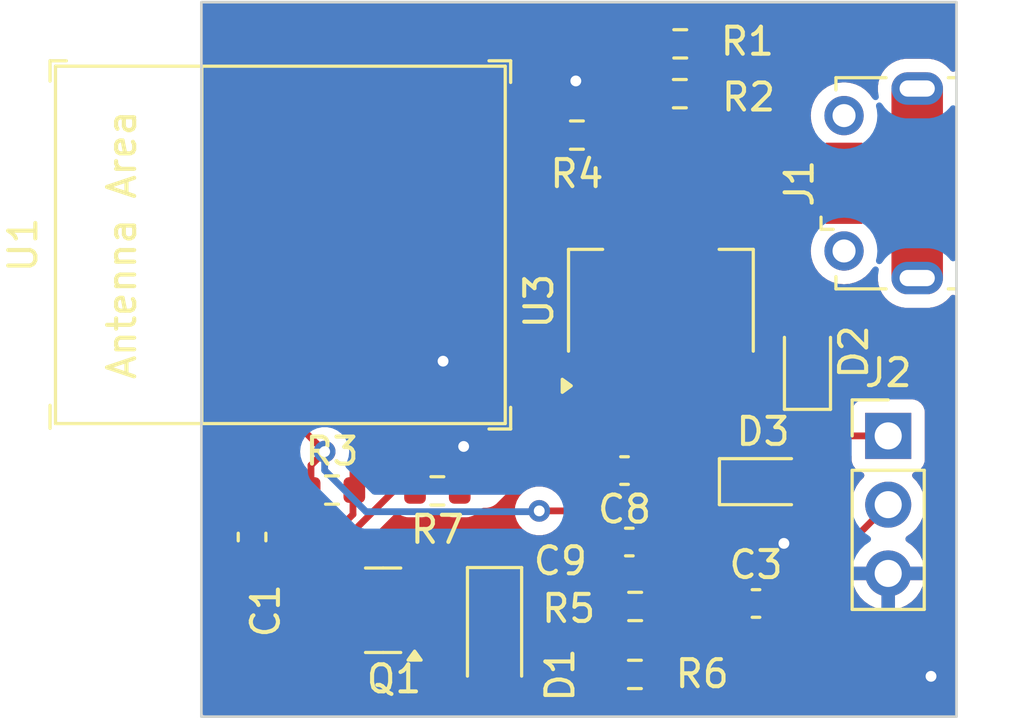
<source format=kicad_pcb>
(kicad_pcb
	(version 20240108)
	(generator "pcbnew")
	(generator_version "8.0")
	(general
		(thickness 1.6)
		(legacy_teardrops no)
	)
	(paper "A4")
	(layers
		(0 "F.Cu" signal)
		(31 "B.Cu" signal)
		(32 "B.Adhes" user "B.Adhesive")
		(33 "F.Adhes" user "F.Adhesive")
		(34 "B.Paste" user)
		(35 "F.Paste" user)
		(36 "B.SilkS" user "B.Silkscreen")
		(37 "F.SilkS" user "F.Silkscreen")
		(38 "B.Mask" user)
		(39 "F.Mask" user)
		(40 "Dwgs.User" user "User.Drawings")
		(41 "Cmts.User" user "User.Comments")
		(42 "Eco1.User" user "User.Eco1")
		(43 "Eco2.User" user "User.Eco2")
		(44 "Edge.Cuts" user)
		(45 "Margin" user)
		(46 "B.CrtYd" user "B.Courtyard")
		(47 "F.CrtYd" user "F.Courtyard")
		(48 "B.Fab" user)
		(49 "F.Fab" user)
		(50 "User.1" user)
		(51 "User.2" user)
		(52 "User.3" user)
		(53 "User.4" user)
		(54 "User.5" user)
		(55 "User.6" user)
		(56 "User.7" user)
		(57 "User.8" user)
		(58 "User.9" user)
	)
	(setup
		(pad_to_mask_clearance 0)
		(allow_soldermask_bridges_in_footprints no)
		(pcbplotparams
			(layerselection 0x00010fc_ffffffff)
			(plot_on_all_layers_selection 0x0000000_00000000)
			(disableapertmacros no)
			(usegerberextensions no)
			(usegerberattributes yes)
			(usegerberadvancedattributes yes)
			(creategerberjobfile yes)
			(dashed_line_dash_ratio 12.000000)
			(dashed_line_gap_ratio 3.000000)
			(svgprecision 4)
			(plotframeref no)
			(viasonmask no)
			(mode 1)
			(useauxorigin no)
			(hpglpennumber 1)
			(hpglpenspeed 20)
			(hpglpendiameter 15.000000)
			(pdf_front_fp_property_popups yes)
			(pdf_back_fp_property_popups yes)
			(dxfpolygonmode yes)
			(dxfimperialunits yes)
			(dxfusepcbnewfont yes)
			(psnegative no)
			(psa4output no)
			(plotreference yes)
			(plotvalue yes)
			(plotfptext yes)
			(plotinvisibletext no)
			(sketchpadsonfab no)
			(subtractmaskfromsilk no)
			(outputformat 1)
			(mirror no)
			(drillshape 1)
			(scaleselection 1)
			(outputdirectory "")
		)
	)
	(net 0 "")
	(net 1 "+3.3V")
	(net 2 "GND")
	(net 3 "Net-(Q1-B)")
	(net 4 "Net-(D1-K)")
	(net 5 "+5V")
	(net 6 "unconnected-(U1-NC-Pad32)")
	(net 7 "unconnected-(U1-NC-Pad10)")
	(net 8 "unconnected-(U1-NC-Pad34)")
	(net 9 "unconnected-(U1-NC-Pad25)")
	(net 10 "unconnected-(U1-GPIO6-Pad20)")
	(net 11 "unconnected-(U1-NC-Pad24)")
	(net 12 "unconnected-(U1-NC-Pad4)")
	(net 13 "unconnected-(U1-GPIO20{slash}U0RXD-Pad30)")
	(net 14 "unconnected-(U1-NC-Pad35)")
	(net 15 "Net-(U1-EN{slash}CHIP_PU)")
	(net 16 "unconnected-(U1-NC-Pad29)")
	(net 17 "unconnected-(U1-GPIO5{slash}ADC2_CH0-Pad19)")
	(net 18 "Net-(U1-GPIO8)")
	(net 19 "unconnected-(U1-GPIO3{slash}ADC1_CH3-Pad6)")
	(net 20 "unconnected-(U1-NC-Pad9)")
	(net 21 "unconnected-(U1-GPIO2{slash}ADC1_CH2-Pad5)")
	(net 22 "unconnected-(U1-GPIO21{slash}U0TXD-Pad31)")
	(net 23 "unconnected-(U1-NC-Pad15)")
	(net 24 "Net-(U1-GPIO19{slash}USB_D+)")
	(net 25 "unconnected-(U1-GPIO1{slash}ADC1_CH1{slash}XTAL_32K_N-Pad13)")
	(net 26 "unconnected-(U1-NC-Pad17)")
	(net 27 "unconnected-(U1-NC-Pad33)")
	(net 28 "unconnected-(U1-NC-Pad7)")
	(net 29 "unconnected-(U1-GPIO0{slash}ADC1_CH0{slash}XTAL_32K_P-Pad12)")
	(net 30 "unconnected-(U1-GPIO4{slash}ADC1_CH4-Pad18)")
	(net 31 "unconnected-(U1-NC-Pad28)")
	(net 32 "Net-(U1-GPIO18{slash}USB_D-)")
	(net 33 "unconnected-(U1-GPIO9-Pad23)")
	(net 34 "+12V")
	(net 35 "Net-(J1-D+)")
	(net 36 "Net-(J1-D-)")
	(net 37 "Net-(J2-Pin_2)")
	(net 38 "unconnected-(J1-Shield-Pad6)")
	(net 39 "unconnected-(J1-ID-Pad4)")
	(net 40 "Net-(U1-GPIO7)")
	(net 41 "unconnected-(U1-GPIO10-Pad16)")
	(net 42 "Net-(D2-A)")
	(footprint "Connector_USB:USB_Micro-B_Molex-105017-0001" (layer "F.Cu") (at 139.8125 96.71 90))
	(footprint "Capacitor_SMD:C_0603_1608Metric" (layer "F.Cu") (at 116.5 109.775 90))
	(footprint "Capacitor_SMD:C_0603_1608Metric" (layer "F.Cu") (at 135.1 112.23))
	(footprint "Capacitor_SMD:C_0603_1608Metric" (layer "F.Cu") (at 130.425 109.96 180))
	(footprint "Connector_PinHeader_2.54mm:PinHeader_1x03_P2.54mm_Vertical" (layer "F.Cu") (at 139.98 106.04))
	(footprint "Resistor_SMD:R_0603_1608Metric" (layer "F.Cu") (at 123.34 108.07 180))
	(footprint "Resistor_SMD:R_0603_1608Metric" (layer "F.Cu") (at 119.45 108.04))
	(footprint "Diode_SMD:D_SOD-323" (layer "F.Cu") (at 135.36 107.73))
	(footprint "Package_TO_SOT_SMD:SOT-223-3_TabPin2" (layer "F.Cu") (at 131.59 101.06 90))
	(footprint "Package_TO_SOT_SMD:SOT-23" (layer "F.Cu") (at 121.3375 112.48 180))
	(footprint "Resistor_SMD:R_0603_1608Metric" (layer "F.Cu") (at 130.63 114.85))
	(footprint "PCM_Espressif:ESP32-C3-MINI-1" (layer "F.Cu") (at 117.545 98.985 90))
	(footprint "Resistor_SMD:R_0603_1608Metric" (layer "F.Cu") (at 128.49 94.93 180))
	(footprint "Diode_SMD:D_SOD-123" (layer "F.Cu") (at 125.45 113.2625 -90))
	(footprint "Resistor_SMD:R_0603_1608Metric" (layer "F.Cu") (at 132.305 91.56))
	(footprint "Resistor_SMD:R_0603_1608Metric" (layer "F.Cu") (at 132.29 93.4))
	(footprint "Capacitor_SMD:C_0603_1608Metric" (layer "F.Cu") (at 130.2475 107.32 180))
	(footprint "Diode_SMD:D_SOD-323" (layer "F.Cu") (at 137 103.45 90))
	(footprint "Resistor_SMD:R_0603_1608Metric" (layer "F.Cu") (at 130.64 112.34))
	(gr_rect
		(start 114.63 90.02)
		(end 142.5 116.41)
		(stroke
			(width 0.1)
			(type default)
		)
		(fill none)
		(layer "Edge.Cuts")
		(uuid "b91a1f78-dfb9-4a34-8a4f-34fec6bf41c4")
	)
	(segment
		(start 131.0225 107.32)
		(end 130.99 107.32)
		(width 0.25)
		(layer "F.Cu")
		(net 1)
		(uuid "38e34ef7-e425-41de-b1cd-950b8968e06f")
	)
	(segment
		(start 117.845 105.285)
		(end 117.845 104.885)
		(width 0.25)
		(layer "F.Cu")
		(net 1)
		(uuid "4db6241f-d604-4c5a-9edc-e813a62ec85e")
	)
	(segment
		(start 131.0225 107.32)
		(end 131.0225 104.7775)
		(width 0.25)
		(layer "F.Cu")
		(net 1)
		(uuid "6c82c3e9-a8ea-46dd-b4ce-b80db5c87868")
	)
	(segment
		(start 130.99 107.32)
		(end 129.5 108.81)
		(width 0.25)
		(layer "F.Cu")
		(net 1)
		(uuid "6ff4e4c2-d13d-4b3d-abfe-72b848a0c3b1")
	)
	(segment
		(start 131.0225 104.7775)
		(end 131.59 104.21)
		(width 0.25)
		(layer "F.Cu")
		(net 1)
		(uuid "72f09c38-f718-48d9-94f8-32ae88262d82")
	)
	(segment
		(start 129.5 108.81)
		(end 127.1 108.81)
		(width 0.25)
		(layer "F.Cu")
		(net 1)
		(uuid "7d62c8f6-c3ff-4b38-aafd-fef0c2b8aabc")
	)
	(segment
		(start 118.675 107.125)
		(end 118.675 108.04)
		(width 0.25)
		(layer "F.Cu")
		(net 1)
		(uuid "81b9f628-06b5-4b96-acc3-dc30ecba957c")
	)
	(segment
		(start 129.49 95.105)
		(end 131.59 97.205)
		(width 0.25)
		(layer "F.Cu")
		(net 1)
		(uuid "84831dc7-234d-4851-a205-f09c6ffa24ea")
	)
	(segment
		(start 131.2 107.4975)
		(end 131.0225 107.32)
		(width 0.25)
		(layer "F.Cu")
		(net 1)
		(uuid "89046bf3-62a9-4b79-b05e-5c5701e5bffd")
	)
	(segment
		(start 119.18 106.62)
		(end 118.675 107.125)
		(width 0.25)
		(layer "F.Cu")
		(net 1)
		(uuid "8be3d155-9d4d-4fbc-b24a-236db2ce5005")
	)
	(segment
		(start 131.2 109.96)
		(end 131.2 107.4975)
		(width 0.25)
		(layer "F.Cu")
		(net 1)
		(uuid "8cb08658-d515-4df2-8121-ce611e21800f")
	)
	(segment
		(start 119.18 106.62)
		(end 117.845 105.285)
		(width 0.25)
		(layer "F.Cu")
		(net 1)
		(uuid "a8201fe4-2bbe-4599-90bb-6a1d25c9bfbf")
	)
	(segment
		(start 131.59 97.91)
		(end 131.59 104.21)
		(width 0.25)
		(layer "F.Cu")
		(net 1)
		(uuid "b6919346-d72a-4751-9f4b-dd75a629ab4c")
	)
	(segment
		(start 131.59 97.205)
		(end 131.59 97.91)
		(width 0.25)
		(layer "F.Cu")
		(net 1)
		(uuid "cc39e4e7-a9c9-4b30-8ece-7ad48afabc4d")
	)
	(via
		(at 127.1 108.81)
		(size 0.8)
		(drill 0.4)
		(layers "F.Cu" "B.Cu")
		(net 1)
		(uuid "3defbb1b-8942-4e53-89c7-7eb7ffd5864d")
	)
	(via
		(at 119.18 106.62)
		(size 0.8)
		(drill 0.4)
		(layers "F.Cu" "B.Cu")
		(net 1)
		(uuid "abd171b8-5873-4190-b78d-640a77ac7a59")
	)
	(segment
		(start 127.07 108.84)
		(end 127.1 108.81)
		(width 0.25)
		(layer "B.Cu")
		(net 1)
		(uuid "0cbd8f09-4a39-4388-9588-0d5bc0cc4fc1")
	)
	(segment
		(start 120.71 108.84)
		(end 127.07 108.84)
		(width 0.25)
		(layer "B.Cu")
		(net 1)
		(uuid "2243b381-f854-4ace-841b-71a318a5d4e5")
	)
	(segment
		(start 119.18 106.62)
		(end 119.18 107.31)
		(width 0.25)
		(layer "B.Cu")
		(net 1)
		(uuid "321c3723-3ca1-4a6a-ade3-738c75e877e0")
	)
	(segment
		(start 119.18 107.31)
		(end 120.71 108.84)
		(width 0.25)
		(layer "B.Cu")
		(net 1)
		(uuid "de75cca0-050b-4912-ac33-7ecbae5e00d1")
	)
	(segment
		(start 136.42 95.41)
		(end 136.15 95.68)
		(width 0.25)
		(layer "F.Cu")
		(net 2)
		(uuid "439858c8-563b-4442-a7ec-26bd319aaefd")
	)
	(segment
		(start 138.35 95.41)
		(end 136.42 95.41)
		(width 0.25)
		(layer "F.Cu")
		(net 2)
		(uuid "5fc31170-34a0-409e-bedc-4e5f4fbf3942")
	)
	(segment
		(start 124.625 102.185)
		(end 124.62 102.19)
		(width 0.25)
		(layer "F.Cu")
		(net 2)
		(uuid "a274037b-0a02-4e8e-84e3-2ccbea2fc714")
	)
	(segment
		(start 125.145 102.185)
		(end 124.625 102.185)
		(width 0.25)
		(layer "F.Cu")
		(net 2)
		(uuid "ebc5839c-ddfe-483b-8000-2dc6134e5b4d")
	)
	(via
		(at 124.31 106.43)
		(size 0.8)
		(drill 0.4)
		(layers "F.Cu" "B.Cu")
		(free yes)
		(net 2)
		(uuid "02272aac-a9ae-463b-9375-ab356887992d")
	)
	(via
		(at 136.13 110.01)
		(size 0.8)
		(drill 0.4)
		(layers "F.Cu" "B.Cu")
		(free yes)
		(net 2)
		(uuid "2a2bc76a-6069-4964-b490-e740ebe4ed5e")
	)
	(via
		(at 128.45 92.93)
		(size 0.8)
		(drill 0.4)
		(layers "F.Cu" "B.Cu")
		(free yes)
		(net 2)
		(uuid "34c62b93-f7b0-43be-8b33-104a4b122238")
	)
	(via
		(at 141.56 114.92)
		(size 0.8)
		(drill 0.4)
		(layers "F.Cu" "B.Cu")
		(free yes)
		(net 2)
		(uuid "d263661e-0b21-4377-8af0-1410b15ba171")
	)
	(via
		(at 123.55 103.28)
		(size 0.8)
		(drill 0.4)
		(layers "F.Cu" "B.Cu")
		(free yes)
		(net 2)
		(uuid "f52b6c9d-2dfb-4d34-a57f-a7e450e578e0")
	)
	(segment
		(start 119.09 113.08)
		(end 119.44 113.43)
		(width 0.25)
		(layer "F.Cu")
		(net 3)
		(uuid "224fdb9c-fa10-445b-a381-fd877f91790e")
	)
	(segment
		(start 122.515 108.07)
		(end 121.73 108.07)
		(width 0.25)
		(layer "F.Cu")
		(net 3)
		(uuid "4e27e13d-16b5-4611-91db-4f2909475f60")
	)
	(segment
		(start 121.73 108.07)
		(end 119.09 110.71)
		(width 0.25)
		(layer "F.Cu")
		(net 3)
		(uuid "893fa84a-6180-41ab-935e-646badf5296b")
	)
	(segment
		(start 119.44 113.43)
		(end 122.275 113.43)
		(width 0.25)
		(layer "F.Cu")
		(net 3)
		(uuid "9fcadd36-295c-4194-8061-948c599754ef")
	)
	(segment
		(start 119.09 110.71)
		(end 119.09 113.08)
		(width 0.25)
		(layer "F.Cu")
		(net 3)
		(uuid "fb5e64e9-ee04-4903-97f0-40b62acfa508")
	)
	(segment
		(start 125.45 111.6125)
		(end 122.3575 111.6125)
		(width 0.25)
		(layer "F.Cu")
		(net 4)
		(uuid "0a2253ca-2b51-4611-b408-f86f96c96a41")
	)
	(segment
		(start 129.87 112.85)
		(end 129.87 114.785)
		(width 0.25)
		(layer "F.Cu")
		(net 4)
		(uuid "36ee678d-8b90-44b8-9e55-a855f388dfef")
	)
	(segment
		(start 129.87 112.85)
		(end 126.6875 112.85)
		(width 0.25)
		(layer "F.Cu")
		(net 4)
		(uuid "c963c9c8-49da-4cb5-afc5-82ec6d1e6a5f")
	)
	(segment
		(start 126.6875 112.85)
		(end 125.45 111.6125)
		(width 0.25)
		(layer "F.Cu")
		(net 4)
		(uuid "ceec24b6-eeaa-4824-9e6e-def9f83dbaee")
	)
	(segment
		(start 122.3575 111.6125)
		(end 122.275 111.53)
		(width 0.25)
		(layer "F.Cu")
		(net 4)
		(uuid "d81f41a1-219b-49d1-9cb9-1075155154f8")
	)
	(segment
		(start 129.87 114.785)
		(end 129.805 114.85)
		(width 0.25)
		(layer "F.Cu")
		(net 4)
		(uuid "f547b740-006e-4847-a366-04be86e69c6a")
	)
	(segment
		(start 133.75 112.23)
		(end 133.75 108.29)
		(width 0.25)
		(layer "F.Cu")
		(net 5)
		(uuid "0acbad60-92c8-4b27-ae26-7b8822fa37dd")
	)
	(segment
		(start 133.7525 112.25)
		(end 131.555 112.25)
		(width 0.25)
		(layer "F.Cu")
		(net 5)
		(uuid "18168083-2cbe-4b5b-ad27-ffbd96c6245b")
	)
	(segment
		(start 134.18 104.5)
		(end 133.89 104.21)
		(width 0.25)
		(layer "F.Cu")
		(net 5)
		(uuid "23da05aa-07cb-45be-a42c-7c87e69ed52f")
	)
	(segment
		(start 137 104.5)
		(end 134.18 104.5)
		(width 0.25)
		(layer "F.Cu")
		(net 5)
		(uuid "2f0fbd6d-0d6d-4e5c-b3e1-8fe86d5c05a9")
	)
	(segment
		(start 133.89 104.21)
		(end 133.89 107.31)
		(width 0.25)
		(layer "F.Cu")
		(net 5)
		(uuid "50a600bf-3274-4617-a5d0-f407b09d41bf")
	)
	(segment
		(start 133.89 107.31)
		(end 134.31 107.73)
		(width 0.25)
		(layer "F.Cu")
		(net 5)
		(uuid "5b076730-4f9c-460c-be2d-bb8a9a9ec6b1")
	)
	(segment
		(start 133.75 108.29)
		(end 134.31 107.73)
		(width 0.25)
		(layer "F.Cu")
		(net 5)
		(uuid "6ff5f648-54e3-489e-8e9f-c6e28f08e7ce")
	)
	(segment
		(start 131.555 112.25)
		(end 131.52 112.285)
		(width 0.25)
		(layer "F.Cu")
		(net 5)
		(uuid "ff593d5c-87f6-49c0-8e3d-8111d3e0559c")
	)
	(segment
		(start 118.581802 110.581802)
		(end 120.225 108.938604)
		(width 0.25)
		(layer "F.Cu")
		(net 15)
		(uuid "1daecdc7-0c94-40e2-bae1-ec3275a9a088")
	)
	(segment
		(start 116.5 110.55)
		(end 118.55 110.55)
		(width 0.25)
		(layer "F.Cu")
		(net 15)
		(uuid "299bc817-1587-49b5-8be6-7058a309977c")
	)
	(segment
		(start 120.225 108.938604)
		(end 120.225 108.04)
		(width 0.25)
		(layer "F.Cu")
		(net 15)
		(uuid "2b522f78-6def-4a81-94b4-b96e711b1c5d")
	)
	(segment
		(start 121.845 105.335)
		(end 121.35 105.83)
		(width 0.25)
		(layer "F.Cu")
		(net 15)
		(uuid "599de175-24b4-44b4-8c50-cf3d070f05bf")
	)
	(segment
		(start 121.35 105.83)
		(end 120.47 105.83)
		(width 0.25)
		(layer "F.Cu")
		(net 15)
		(uuid "6012bff8-b99a-40ec-8cdf-b09e9b84c892")
	)
	(segment
		(start 120.47 105.83)
		(end 120.225 106.075)
		(width 0.25)
		(layer "F.Cu")
		(net 15)
		(uuid "7633fa98-c434-4a5a-bd15-10d78d8e0c4c")
	)
	(segment
		(start 118.55 110.55)
		(end 118.581802 110.581802)
		(width 0.25)
		(layer "F.Cu")
		(net 15)
		(uuid "8cd04afe-8bfb-4fd1-8854-8d17904a50cd")
	)
	(segment
		(start 120.225 106.075)
		(end 120.225 108.04)
		(width 0.25)
		(layer "F.Cu")
		(net 15)
		(uuid "b3f1e5a6-2a35-479f-8b12-d1d0b093b796")
	)
	(segment
		(start 121.845 104.885)
		(end 121.845 105.335)
		(width 0.25)
		(layer "F.Cu")
		(net 15)
		(uuid "e00e5eb7-f108-45c9-b817-2a4898bea0ac")
	)
	(segment
		(start 125.145 95.785)
		(end 125.705 95.785)
		(width 0.25)
		(layer "F.Cu")
		(net 18)
		(uuid "167c65e1-46ef-4bf8-9eb9-6aee6e4f377c")
	)
	(segment
		(start 125.705 95.785)
		(end 126.56 94.93)
		(width 0.25)
		(layer "F.Cu")
		(net 18)
		(uuid "52b9aa74-e6de-4adb-91cb-0a74372181ab")
	)
	(segment
		(start 126.56 94.93)
		(end 127.345 94.93)
		(width 0.25)
		(layer "F.Cu")
		(net 18)
		(uuid "d9a5384c-e37c-4db7-bbe4-13739ebc0bc3")
	)
	(segment
		(start 122.645 92.218604)
		(end 122.645 93.085)
		(width 0.25)
		(layer "F.Cu")
		(net 24)
		(uuid "82acb3c5-411a-48be-856d-6608e3b44788")
	)
	(segment
		(start 130.83 90.91)
		(end 123.953604 90.91)
		(width 0.25)
		(layer "F.Cu")
		(net 24)
		(uuid "b3a4f4c4-ab7b-46fb-967d-c7d4de67a556")
	)
	(segment
		(start 123.953604 90.91)
		(end 122.645 92.218604)
		(width 0.25)
		(layer "F.Cu")
		(net 24)
		(uuid "d19660b2-42d3-4429-b735-ea07a83d02a4")
	)
	(segment
		(start 131.48 91.56)
		(end 130.83 90.91)
		(width 0.25)
		(layer "F.Cu")
		(net 24)
		(uuid "e934c5e4-c193-4800-a3b3-29ab2b51b563")
	)
	(segment
		(start 123.445 93.085)
		(end 123.445 92.055)
		(width 0.25)
		(layer "F.Cu")
		(net 32)
		(uuid "26dbf6e4-62ca-494b-9bb0-1484cfe92ebb")
	)
	(segment
		(start 124.14 91.36)
		(end 130.26 91.36)
		(width 0.25)
		(layer "F.Cu")
		(net 32)
		(uuid "2f0a7f33-8e4f-42fa-87b7-50a1f64055ba")
	)
	(segment
		(start 123.445 92.055)
		(end 124.14 91.36)
		(width 0.25)
		(layer "F.Cu")
		(net 32)
		(uuid "6a8b4afe-d236-4ffe-8aa2-2c3eeed951d7")
	)
	(segment
		(start 130.26 91.36)
		(end 130.755 91.855)
		(width 0.25)
		(layer "F.Cu")
		(net 32)
		(uuid "8c0917fe-6fa2-4923-bd28-71ee0ff8d915")
	)
	(segment
		(start 130.755 91.855)
		(end 130.755 92.835)
		(width 0.25)
		(layer "F.Cu")
		(net 32)
		(uuid "df632e14-5bf5-4a39-8239-07ccf6c1260b")
	)
	(segment
		(start 130.755 92.835)
		(end 131.48 93.56)
		(width 0.25)
		(layer "F.Cu")
		(net 32)
		(uuid "e24b1f0c-1459-4e77-be14-362d6729ee8d")
	)
	(segment
		(start 139.98 106.04)
		(end 137.3375 106.04)
		(width 0.25)
		(layer "F.Cu")
		(net 34)
		(uuid "21832ab8-fc1d-4d7b-9c42-76b46ecee7f3")
	)
	(segment
		(start 136.41 106.9675)
		(end 137.3375 106.04)
		(width 0.25)
		(layer "F.Cu")
		(net 34)
		(uuid "3c8b1cbb-fabf-455b-8c0f-77d0112bdb26")
	)
	(segment
		(start 136.41 107.73)
		(end 136.41 106.9675)
		(width 0.25)
		(layer "F.Cu")
		(net 34)
		(uuid "9112ee3f-f756-4f8f-aa55-e8c8ea8533ea")
	)
	(segment
		(start 133.97 95.82)
		(end 133.97 92.4)
		(width 0.25)
		(layer "F.Cu")
		(net 35)
		(uuid "1a632e35-fbe2-41e0-9e6a-b9cd5df5e38c")
	)
	(segment
		(start 138.35 96.71)
		(end 134.86 96.71)
		(width 0.25)
		(layer "F.Cu")
		(net 35)
		(uuid "1b4a1a2b-6c6f-4838-ab74-151bc1a99e03")
	)
	(segment
		(start 134.86 96.71)
		(end 133.97 95.82)
		(width 0.25)
		(layer "F.Cu")
		(net 35)
		(uuid "4740fecd-1345-4bfa-b65e-01af6144f476")
	)
	(segment
		(start 133.97 92.4)
		(end 133.13 91.56)
		(width 0.25)
		(layer "F.Cu")
		(net 35)
		(uuid "b080fcfe-19f8-4d79-bda0-cdb9e2c27a67")
	)
	(segment
		(start 138.35 97.36)
		(end 134.85 97.36)
		(width 0.25)
		(layer "F.Cu")
		(net 36)
		(uuid "251cbddc-0740-4a98-80cd-483f2657c463")
	)
	(segment
		(start 134.85 97.36)
		(end 134.835 97.375)
		(width 0.25)
		(layer "F.Cu")
		(net 36)
		(uuid "44c62a6d-e347-4bd8-b2d1-1d06fb82ede3")
	)
	(segment
		(start 133.13 95.67)
		(end 133.13 93.56)
		(width 0.25)
		(layer "F.Cu")
		(net 36)
		(uuid "46f80682-cef0-443c-90c6-133e4328ef79")
	)
	(segment
		(start 134.835 97.375)
		(end 133.13 95.67)
		(width 0.25)
		(layer "F.Cu")
		(net 36)
		(uuid "f46b724d-0fb7-4192-99c4-9d4c399f3fee")
	)
	(segment
		(start 137.67 113.28)
		(end 136.1 114.85)
		(width 0.25)
		(layer "F.Cu")
		(net 37)
		(uuid "58494567-0a0b-4ee1-b018-0c24428b3ccc")
	)
	(segment
		(start 137.67 110.89)
		(end 139.98 108.58)
		(width 0.25)
		(layer "F.Cu")
		(net 37)
		(uuid "90a00948-fd79-49df-8113-d2fcb83a5588")
	)
	(segment
		(start 137.67 110.89)
		(end 137.67 113.28)
		(width 0.25)
		(layer "F.Cu")
		(net 37)
		(uuid "d9268f22-65ad-4d52-83c6-c68787957c2a")
	)
	(segment
		(start 131.455 114.85)
		(end 136.1 114.85)
		(width 0.25)
		(layer "F.Cu")
		(net 37)
		(uuid "e9c39826-4810-4d7b-b5af-ea1b0e2860b9")
	)
	(segment
		(start 126.85 97.64)
		(end 126.85 106.33)
		(width 0.25)
		(layer "F.Cu")
		(net 40)
		(uuid "16bad493-d753-46fe-8849-daffa051daa9")
	)
	(segment
		(start 125.795 96.585)
		(end 126.85 97.64)
		(width 0.25)
		(layer "F.Cu")
		(net 40)
		(uuid "64a9d864-714b-4907-b8f5-f8bd5cf23a4a")
	)
	(segment
		(start 125.145 96.585)
		(end 125.795 96.585)
		(width 0.25)
		(layer "F.Cu")
		(net 40)
		(uuid "7c217030-8c73-458e-9ae1-bb56638d5b2c")
	)
	(segment
		(start 125.11 108.07)
		(end 124.165 108.07)
		(width 0.25)
		(layer "F.Cu")
		(net 40)
		(uuid "aebfcad2-5449-433a-978c-e99685fe983f")
	)
	(segment
		(start 126.85 106.33)
		(end 125.11 108.07)
		(width 0.25)
		(layer "F.Cu")
		(net 40)
		(uuid "bc1a53db-69b6-4ae0-8271-ee419bf465a1")
	)
	(segment
		(start 137 102.4)
		(end 136.58 102.4)
		(width 0.25)
		(layer "F.Cu")
		(net 42)
		(uuid "03479433-519e-4b49-8fee-29274bbff5e7")
	)
	(segment
		(start 134.98 100.8)
		(end 134.98 99.07)
		(width 0.25)
		(layer "F.Cu")
		(net 42)
		(uuid "5b778b16-235a-4783-bb3e-c554f1dbf956")
	)
	(segment
		(start 138.35 98.01)
		(end 136.04 98.01)
		(width 0.25)
		(layer "F.Cu")
		(net 42)
		(uuid "a5ecb187-d055-46a9-b82a-509de1e0eded")
	)
	(segment
		(start 136.58 102.4)
		(end 134.98 100.8)
		(width 0.25)
		(layer "F.Cu")
		(net 42)
		(uuid "eeb3564d-c888-410c-8c33-e72bca45096c")
	)
	(segment
		(start 134.98 99.07)
		(end 136.04 98.01)
		(width 0.25)
		(layer "F.Cu")
		(net 42)
		(uuid "fb312667-f0dd-415a-8f2f-9b8bb998eb49")
	)
	(zone
		(net 2)
		(net_name "GND")
		(layers "F&B.Cu")
		(uuid "e8af9fbd-568f-4a71-8bb1-8cfb70cab066")
		(hatch edge 0.5)
		(connect_pads
			(clearance 0.5)
		)
		(min_thickness 0.25)
		(filled_areas_thickness no)
		(fill yes
			(thermal_gap 0.5)
			(thermal_bridge_width 0.5)
			(island_removal_mode 1)
			(island_area_min 10)
		)
		(polygon
			(pts
				(xy 114.68 89.94) (xy 142.55 89.94) (xy 142.55 116.42) (xy 142.52 116.45) (xy 114.8 116.45) (xy 114.64 116.29)
				(xy 114.64 89.98)
			)
		)
		(filled_polygon
			(layer "F.Cu")
			(pts
				(xy 142.443039 90.039685) (xy 142.488794 90.092489) (xy 142.5 90.144) (xy 142.5 92.470105) (xy 142.480315 92.537144)
				(xy 142.427511 92.582899) (xy 142.358353 92.592843) (xy 142.294797 92.563818) (xy 142.275682 92.542991)
				(xy 142.271434 92.537144) (xy 142.239414 92.493072) (xy 142.116928 92.370586) (xy 141.976788 92.268768)
				(xy 141.822445 92.190127) (xy 141.657701 92.136598) (xy 141.657699 92.136597) (xy 141.657698 92.136597)
				(xy 141.507907 92.112873) (xy 141.486611 92.1095) (xy 140.613389 92.1095) (xy 140.592093 92.112873)
				(xy 140.442302 92.136597) (xy 140.442299 92.136598) (xy 140.296994 92.183811) (xy 140.277552 92.190128)
				(xy 140.123211 92.268768) (xy 140.043256 92.326859) (xy 139.983072 92.370586) (xy 139.98307 92.370588)
				(xy 139.983069 92.370588) (xy 139.860588 92.493069) (xy 139.860588 92.49307) (xy 139.860586 92.493072)
				(xy 139.828566 92.537144) (xy 139.758768 92.633211) (xy 139.680128 92.787552) (xy 139.626597 92.952302)
				(xy 139.5995 93.123389) (xy 139.5995 93.4646) (xy 139.579815 93.531639) (xy 139.527011 93.577394)
				(xy 139.457853 93.587338) (xy 139.394297 93.558313) (xy 139.373925 93.535723) (xy 139.292376 93.419259)
				(xy 139.292371 93.419253) (xy 139.140745 93.267627) (xy 138.96509 93.144631) (xy 138.867919 93.09932)
				(xy 138.770747 93.054008) (xy 138.770743 93.054007) (xy 138.770739 93.054005) (xy 138.563624 92.998509)
				(xy 138.56362 92.998508) (xy 138.563619 92.998508) (xy 138.563618 92.998507) (xy 138.563613 92.998507)
				(xy 138.350002 92.979819) (xy 138.349998 92.979819) (xy 138.136386 92.998507) (xy 138.136375 92.998509)
				(xy 137.92926 93.054005) (xy 137.929251 93.054009) (xy 137.73491 93.144631) (xy 137.734908 93.144632)
				(xy 137.559259 93.267623) (xy 137.559253 93.267628) (xy 137.407628 93.419253) (xy 137.407623 93.419259)
				(xy 137.284632 93.594908) (xy 137.284631 93.59491) (xy 137.194009 93.789251) (xy 137.194005 93.78926)
				(xy 137.138509 93.996375) (xy 137.138507 93.996386) (xy 137.119819 94.209998) (xy 137.119819 94.210001)
				(xy 137.138507 94.423613) (xy 137.138509 94.423624) (xy 137.194005 94.630739) (xy 137.194007 94.630743)
				(xy 137.194008 94.630747) (xy 137.243627 94.737155) (xy 137.273956 94.802196) (xy 137.284448 94.871274)
				(xy 137.260841 94.928911) (xy 137.231649 94.967906) (xy 137.231645 94.967913) (xy 137.181403 95.10262)
				(xy 137.181401 95.102627) (xy 137.175 95.162155) (xy 137.175 95.21) (xy 137.335565 95.21) (xy 137.402604 95.229685)
				(xy 137.448359 95.282489) (xy 137.458303 95.351647) (xy 137.429278 95.415203) (xy 137.409876 95.433266)
				(xy 137.317456 95.502452) (xy 137.317455 95.502453) (xy 137.317454 95.502454) (xy 137.274141 95.560312)
				(xy 137.218209 95.602182) (xy 137.175027 95.609972) (xy 137.175 95.61) (xy 137.175 95.657844) (xy 137.181619 95.719398)
				(xy 137.18162 95.745909) (xy 137.180909 95.752514) (xy 137.180909 95.752517) (xy 137.1745 95.812127)
				(xy 137.1745 95.941819) (xy 137.174501 95.960499) (xy 137.154817 96.027539) (xy 137.102013 96.073294)
				(xy 137.050501 96.0845) (xy 135.170452 96.0845) (xy 135.103413 96.064815) (xy 135.082771 96.048181)
				(xy 134.631819 95.597229) (xy 134.598334 95.535906) (xy 134.5955 95.509548) (xy 134.5955 92.338393)
				(xy 134.595499 92.338389) (xy 134.573081 92.225682) (xy 134.571463 92.217548) (xy 134.524311 92.103714)
				(xy 134.52431 92.103713) (xy 134.524307 92.103707) (xy 134.455859 92.001268) (xy 134.440091 91.9855)
				(xy 134.368733 91.914142) (xy 134.368732 91.914141) (xy 134.066819 91.612228) (xy 134.033334 91.550905)
				(xy 134.0305 91.524547) (xy 134.0305 91.228386) (xy 134.024086 91.157807) (xy 134.024086 91.157804)
				(xy 133.973478 90.995394) (xy 133.885472 90.849815) (xy 133.88547 90.849813) (xy 133.885469 90.849811)
				(xy 133.765188 90.72953) (xy 133.619606 90.641522) (xy 133.457196 90.590914) (xy 133.457194 90.590913)
				(xy 133.457192 90.590913) (xy 133.407778 90.586423) (xy 133.386616 90.5845) (xy 132.873384 90.5845)
				(xy 132.854145 90.586248) (xy 132.802807 90.590913) (xy 132.640393 90.641522) (xy 132.494811 90.72953)
				(xy 132.49481 90.729531) (xy 132.392681 90.831661) (xy 132.331358 90.865146) (xy 132.261666 90.860162)
				(xy 132.217319 90.831661) (xy 132.115188 90.72953) (xy 131.969606 90.641522) (xy 131.807196 90.590914)
				(xy 131.807194 90.590913) (xy 131.807192 90.590913) (xy 131.757778 90.586423) (xy 131.736616 90.5845)
				(xy 131.736613 90.5845) (xy 131.440452 90.5845) (xy 131.373413 90.564815) (xy 131.352771 90.548181)
				(xy 131.320198 90.515608) (xy 131.320178 90.515586) (xy 131.228733 90.424141) (xy 131.177509 90.389915)
				(xy 131.126287 90.355689) (xy 131.126286 90.355688) (xy 131.126283 90.355686) (xy 131.12628 90.355685)
				(xy 131.045792 90.322347) (xy 131.012453 90.308537) (xy 131.002427 90.306543) (xy 130.952029 90.296518)
				(xy 130.89161 90.2845) (xy 130.891607 90.2845) (xy 130.891606 90.2845) (xy 124.021345 90.2845) (xy 124.021325 90.284499)
				(xy 124.015211 90.284499) (xy 123.891998 90.284499) (xy 123.791201 90.304548) (xy 123.791196 90.304548)
				(xy 123.771153 90.308536) (xy 123.771151 90.308536) (xy 123.724001 90.328067) (xy 123.657323 90.355685)
				(xy 123.657321 90.355686) (xy 123.55487 90.424141) (xy 123.554867 90.424144) (xy 122.246269 91.732744)
				(xy 122.159144 91.819868) (xy 122.159138 91.819876) (xy 122.09069 91.922312) (xy 122.090688 91.922317)
				(xy 122.04354 92.036142) (xy 122.043535 92.036158) (xy 122.033882 92.084691) (xy 122.001497 92.146602)
				(xy 121.940782 92.181176) (xy 121.912265 92.1845) (xy 121.59713 92.1845) (xy 121.597123 92.184501)
				(xy 121.537516 92.190908) (xy 121.488332 92.209253) (xy 121.41864 92.214237) (xy 121.401667 92.209253)
				(xy 121.352486 92.19091) (xy 121.352485 92.190909) (xy 121.352483 92.190909) (xy 121.292873 92.1845)
				(xy 121.292863 92.1845) (xy 120.797129 92.1845) (xy 120.797123 92.184501) (xy 120.737516 92.190908)
				(xy 120.688332 92.209253) (xy 120.61864 92.214237) (xy 120.601667 92.209253) (xy 120.552486 92.19091)
				(xy 120.552485 92.190909) (xy 120.552483 92.190909) (xy 120.492873 92.1845) (xy 120.492863 92.1845)
				(xy 119.997129 92.1845) (xy 119.997123 92.184501) (xy 119.937516 92.190908) (xy 119.888332 92.209253)
				(xy 119.81864 92.214237) (xy 119.801667 92.209253) (xy 119.752486 92.19091) (xy 119.752485 92.190909)
				(xy 119.752483 92.190909) (xy 119.692873 92.1845) (xy 119.692863 92.1845) (xy 119.197129 92.1845)
				(xy 119.197123 92.184501) (xy 119.137516 92.190908) (xy 119.088332 92.209253) (xy 119.01864 92.214237)
				(xy 119.001667 92.209253) (xy 118.952486 92.19091) (xy 118.952485 92.190909) (xy 118.952483 92.190909)
				(xy 118.892873 92.1845) (xy 118.892863 92.1845) (xy 118.397129 92.1845) (xy 118.397123 92.184501)
				(xy 118.337516 92.190908) (xy 118.288332 92.209253) (xy 118.21864 92.214237) (xy 118.201667 92.209253)
				(xy 118.152486 92.19091) (xy 118.152485 92.190909) (xy 118.152483 92.190909) (xy 118.092873 92.1845)
				(xy 118.092863 92.1845) (xy 117.597129 92.1845) (xy 117.597123 92.184501) (xy 117.537516 92.190908)
				(xy 117.488332 92.209253) (xy 117.41864 92.214237) (xy 117.401667 92.209253) (xy 117.352486 92.19091)
				(xy 117.352485 92.190909) (xy 117.352483 92.190909) (xy 117.292873 92.1845) (xy 117.292863 92.1845)
				(xy 116.797129 92.1845) (xy 116.797123 92.184501) (xy 116.737516 92.190908) (xy 116.688332 92.209253)
				(xy 116.61864 92.214237) (xy 116.601667 92.209253) (xy 116.552486 92.19091) (xy 116.552485 92.190909)
				(xy 116.552483 92.190909) (xy 116.492873 92.1845) (xy 116.492863 92.1845) (xy 115.997129 92.1845)
				(xy 115.997123 92.184501) (xy 115.937517 92.190908) (xy 115.887616 92.20952) (xy 115.817925 92.214503)
				(xy 115.800953 92.209519) (xy 115.752383 92.191403) (xy 115.752372 92.191401) (xy 115.692844 92.185)
				(xy 115.545 92.185) (xy 115.545 92.625826) (xy 115.544572 92.633798) (xy 115.544678 92.633804) (xy 115.5445 92.637128)
				(xy 115.5445 93.532863) (xy 115.544679 93.53618) (xy 115.544572 93.536185) (xy 115.545 93.544156)
				(xy 115.545 93.985) (xy 115.985833 93.985) (xy 115.993811 93.985427) (xy 115.993817 93.985322) (xy 115.997102 93.985497)
				(xy 115.997127 93.9855) (xy 116.492872 93.985499) (xy 116.552483 93.979091) (xy 116.601665 93.960746)
				(xy 116.671355 93.955761) (xy 116.688333 93.960747) (xy 116.737508 93.979088) (xy 116.737511 93.979089)
				(xy 116.737517 93.979091) (xy 116.797127 93.9855) (xy 117.292872 93.985499) (xy 117.352483 93.979091)
				(xy 117.401665 93.960746) (xy 117.471355 93.955761) (xy 117.488333 93.960747) (xy 117.537508 93.979088)
				(xy 117.537511 93.979089) (xy 117.537517 93.979091) (xy 117.597127 93.9855) (xy 118.092872 93.985499)
				(xy 118.152483 93.979091) (xy 118.201665 93.960746) (xy 118.271355 93.955761) (xy 118.288333 93.960747)
				(xy 118.337508 93.979088) (xy 118.337511 93.979089) (xy 118.337517 93.979091) (xy 118.397127 93.9855)
				(xy 118.892872 93.985499) (xy 118.952483 93.979091) (xy 119.001665 93.960746) (xy 119.071355 93.955761)
				(xy 119.088333 93.960747) (xy 119.137508 93.979088) (xy 119.137511 93.979089) (xy 119.137517 93.979091)
				(xy 119.197127 93.9855) (xy 119.692872 93.985499) (xy 119.752483 93.979091) (xy 119.801665 93.960746)
				(xy 119.871355 93.955761) (xy 119.888333 93.960747) (xy 119.937508 93.979088) (xy 119.937511 93.979089)
				(xy 119.937517 93.979091) (xy 119.997127 93.9855) (xy 120.492872 93.985499) (xy 120.552483 93.979091)
				(xy 120.601665 93.960746) (xy 120.671355 93.955761) (xy 120.688333 93.960747) (xy 120.737508 93.979088)
				(xy 120.737511 93.979089) (xy 120.737517 93.979091) (xy 120.797127 93.9855) (xy 121.292872 93.985499)
				(xy 121.352483 93.979091) (xy 121.401665 93.960746) (xy 121.471355 93.955761) (xy 121.488333 93.960747)
				(xy 121.537508 93.979088) (xy 121.537511 93.979089) (xy 121.537517 93.979091) (xy 121.597127 93.9855)
				(xy 122.092872 93.985499) (xy 122.152483 93.979091) (xy 122.201665 93.960746) (xy 122.271355 93.955761)
				(xy 122.288333 93.960747) (xy 122.337508 93.979088) (xy 122.337511 93.979089) (xy 122.337517 93.979091)
				(xy 122.397127 93.9855) (xy 122.892872 93.985499) (xy 122.952483 93.979091) (xy 123.001665 93.960746)
				(xy 123.071355 93.955761) (xy 123.088333 93.960747) (xy 123.137508 93.979088) (xy 123.137511 93.979089)
				(xy 123.137517 93.979091) (xy 123.197127 93.9855) (xy 123.692872 93.985499) (xy 123.752483 93.979091)
				(xy 123.801665 93.960746) (xy 123.871355 93.955761) (xy 123.888333 93.960747) (xy 123.937508 93.979088)
				(xy 123.937511 93.979089) (xy 123.937517 93.979091) (xy 123.997127 93.9855) (xy 124.1205 93.985499)
				(xy 124.187539 94.005183) (xy 124.233294 94.057987) (xy 124.2445 94.109499) (xy 124.2445 94.432869)
				(xy 124.244501 94.432876) (xy 124.250908 94.492482) (xy 124.260233 94.517483) (xy 124.269252 94.541665)
				(xy 124.269253 94.541666) (xy 124.274237 94.611358) (xy 124.269253 94.628331) (xy 124.25091 94.677511)
				(xy 124.250909 94.677515) (xy 124.250909 94.677517) (xy 124.2445 94.737127) (xy 124.2445 94.737134)
				(xy 124.2445 94.737135) (xy 124.2445 95.23287) (xy 124.244501 95.232876) (xy 124.250908 95.292482)
				(xy 124.264004 95.327593) (xy 124.269252 95.341665) (xy 124.269253 95.341666) (xy 124.274237 95.411358)
				(xy 124.269253 95.428331) (xy 124.25091 95.477511) (xy 124.250909 95.477515) (xy 124.250909 95.477517)
				(xy 124.2445 95.537127) (xy 124.2445 95.537134) (xy 124.2445 95.537135) (xy 124.2445 96.03287) (xy 124.244501 96.032876)
				(xy 124.250908 96.092482) (xy 124.264004 96.127593) (xy 124.269252 96.141665) (xy 124.269253 96.141666)
				(xy 124.274237 96.211358) (xy 124.269253 96.228331) (xy 124.25091 96.277511) (xy 124.250909 96.277515)
				(xy 124.250909 96.277517) (xy 124.2445 96.337127) (xy 124.2445 96.337134) (xy 124.2445 96.337135)
				(xy 124.2445 96.83287) (xy 124.244501 96.832876) (xy 124.250908 96.892482) (xy 124.258236 96.912128)
				(xy 124.269252 96.941665) (xy 124.269253 96.941666) (xy 124.274237 97.011358) (xy 124.269253 97.028331)
				(xy 124.25091 97.077511) (xy 124.250909 97.077515) (xy 124.250909 97.077517) (xy 124.2445 97.137127)
				(xy 124.2445 97.137134) (xy 124.2445 97.137135) (xy 124.2445 97.63287) (xy 124.244501 97.632876)
				(xy 124.250908 97.692482) (xy 124.254651 97.702517) (xy 124.269252 97.741665) (xy 124.269253 97.741666)
				(xy 124.274237 97.811358) (xy 124.269253 97.828331) (xy 124.25091 97.877511) (xy 124.250909 97.877515)
				(xy 124.250909 97.877517) (xy 124.2445 97.937127) (xy 124.2445 97.937134) (xy 124.2445 97.937135)
				(xy 124.2445 98.43287) (xy 124.244501 98.432876) (xy 124.250908 98.492482) (xy 124.256649 98.507873)
				(xy 124.269252 98.541665) (xy 124.269253 98.541666) (xy 124.274237 98.611358) (xy 124.269253 98.628331)
				(xy 124.25091 98.677511) (xy 124.250909 98.677515) (xy 124.250909 98.677517) (xy 124.2445 98.737127)
				(xy 124.2445 98.737134) (xy 124.2445 98.737135) (xy 124.2445 99.23287) (xy 124.244501 99.232876)
				(xy 124.250908 99.292482) (xy 124.251016 99.292771) (xy 124.269252 99.341665) (xy 124.269253 99.341666)
				(xy 124.274237 99.411358) (xy 124.269253 99.428331) (xy 124.25091 99.477511) (xy 124.250909 99.477515)
				(xy 124.250909 99.477517) (xy 124.2445 99.537127) (xy 124.2445 99.537134) (xy 124.2445 99.537135)
				(xy 124.2445 100.03287) (xy 124.244501 100.032876) (xy 124.250908 100.092482) (xy 124.262434 100.123383)
				(xy 124.269252 100.141665) (xy 124.269253 100.141666) (xy 124.274237 100.211358) (xy 124.269253 100.228331)
				(xy 124.25091 100.277511) (xy 124.250909 100.277515) (xy 124.250909 100.277517) (xy 124.2445 100.337127)
				(xy 124.2445 100.337134) (xy 124.2445 100.337135) (xy 124.2445 100.83287) (xy 124.244501 100.832876)
				(xy 124.250908 100.892482) (xy 124.261846 100.921808) (xy 124.269252 100.941665) (xy 124.269253 100.941666)
				(xy 124.274237 101.011358) (xy 124.269253 101.028331) (xy 124.25091 101.077511) (xy 124.250909 101.077515)
				(xy 124.250909 101.077517) (xy 124.2445 101.137127) (xy 124.2445 101.137135) (xy 124.2445 101.137136)
				(xy 124.2445 101.63287) (xy 124.244501 101.632876) (xy 124.250909 101.692484) (xy 124.269519 101.742382)
				(xy 124.274503 101.812074) (xy 124.26952 101.829046) (xy 124.251402 101.877623) (xy 124.251401 101.877627)
				(xy 124.245 101.937155) (xy 124.245 101.985) (xy 124.402893 101.985) (xy 124.469932 102.004685)
				(xy 124.477204 102.009733) (xy 124.502668 102.028795) (xy 124.502671 102.028797) (xy 124.609972 102.068818)
				(xy 124.665906 102.110689) (xy 124.690323 102.176154) (xy 124.675471 102.244427) (xy 124.626066 102.293832)
				(xy 124.609972 102.301182) (xy 124.502671 102.341202) (xy 124.502668 102.341204) (xy 124.477204 102.360267)
				(xy 124.411739 102.384684) (xy 124.402893 102.385) (xy 124.245 102.385) (xy 124.245 102.432844)
				(xy 124.251401 102.492372) (xy 124.251403 102.492383) (xy 124.269519 102.540953) (xy 124.274503 102.610644)
				(xy 124.26952 102.627616) (xy 124.25091 102.677513) (xy 124.250909 102.677517) (xy 124.2445 102.737127)
				(xy 124.2445 102.737134) (xy 124.2445 102.737135) (xy 124.2445 103.23287) (xy 124.244501 103.232876)
				(xy 124.250908 103.292482) (xy 124.264004 103.327593) (xy 124.269252 103.341665) (xy 124.269253 103.341666)
				(xy 124.274237 103.411358) (xy 124.269253 103.428331) (xy 124.25091 103.477511) (xy 124.250909 103.477515)
				(xy 124.250909 103.477517) (xy 124.2445 103.537127) (xy 124.2445 103.7505) (xy 124.244501 103.861)
				(xy 124.224817 103.928039) (xy 124.172013 103.973794) (xy 124.120501 103.985) (xy 123.997155 103.985)
				(xy 123.937627 103.991401) (xy 123.937623 103.991402) (xy 123.889046 104.00952) (xy 123.819354 104.014503)
				(xy 123.802382 104.009519) (xy 123.752488 103.99091) (xy 123.752484 103.990909) (xy 123.752483 103.990909)
				(xy 123.692873 103.9845) (xy 123.692863 103.9845) (xy 123.197129 103.9845) (xy 123.197123 103.984501)
				(xy 123.137516 103.990908) (xy 123.088332 104.009253) (xy 123.01864 104.014237) (xy 123.001667 104.009253)
				(xy 122.952486 103.99091) (xy 122.952485 103.990909) (xy 122.952483 103.990909) (xy 122.892873 103.9845)
				(xy 122.892863 103.9845) (xy 122.397129 103.9845) (xy 122.397123 103.984501) (xy 122.337516 103.990908)
				(xy 122.288332 104.009253) (xy 122.21864 104.014237) (xy 122.201667 104.009253) (xy 122.152486 103.99091)
				(xy 122.152485 103.990909) (xy 122.152483 103.990909) (xy 122.092873 103.9845) (xy 122.092863 103.9845)
				(xy 121.597129 103.9845) (xy 121.597123 103.984501) (xy 121.537516 103.990908) (xy 121.488332 104.009253)
				(xy 121.41864 104.014237) (xy 121.401667 104.009253) (xy 121.352486 103.99091) (xy 121.352485 103.990909)
				(xy 121.352483 103.990909) (xy 121.292873 103.9845) (xy 121.292863 103.9845) (xy 120.797129 103.9845)
				(xy 120.797123 103.984501) (xy 120.737516 103.990908) (xy 120.688332 104.009253) (xy 120.61864 104.014237)
				(xy 120.601667 104.009253) (xy 120.552486 103.99091) (xy 120.552485 103.990909) (xy 120.552483 103.990909)
				(xy 120.492873 103.9845) (xy 120.492863 103.9845) (xy 119.997129 103.9845) (xy 119.997123 103.984501)
				(xy 119.937516 103.990908) (xy 119.888332 104.009253) (xy 119.81864 104.014237) (xy 119.801667 104.009253)
				(xy 119.752486 103.99091) (xy 119.752485 103.990909) (xy 119.752483 103.990909) (xy 119.692873 103.9845)
				(xy 119.692863 103.9845) (xy 119.197129 103.9845) (xy 119.197123 103.984501) (xy 119.137516 103.990908)
				(xy 119.088332 104.009253) (xy 119.01864 104.014237) (xy 119.001667 104.009253) (xy 118.952486 103.99091)
				(xy 118.952485 103.990909) (xy 118.952483 103.990909) (xy 118.892873 103.9845) (xy 118.892863 103.9845)
				(xy 118.397129 103.9845) (xy 118.397123 103.984501) (xy 118.337516 103.990908) (xy 118.288332 104.009253)
				(xy 118.21864 104.014237) (xy 118.201667 104.009253) (xy 118.152486 103.99091) (xy 118.152485 103.990909)
				(xy 118.152483 103.990909) (xy 118.092873 103.9845) (xy 118.092863 103.9845) (xy 117.597129 103.9845)
				(xy 117.597123 103.984501) (xy 117.537517 103.990908) (xy 117.487616 104.00952) (xy 117.417925 104.014503)
				(xy 117.400953 104.009519) (xy 117.352383 103.991403) (xy 117.352372 103.991401) (xy 117.292844 103.985)
				(xy 117.245 103.985) (xy 117.245 104.142893) (xy 117.225315 104.209932) (xy 117.220267 104.217204)
				(xy 117.201204 104.242668) (xy 117.201202 104.242671) (xy 117.150908 104.377517) (xy 117.144501 104.437116)
				(xy 117.1445 104.437135) (xy 117.1445 105.33287) (xy 117.144501 105.332876) (xy 117.150908 105.392483)
				(xy 117.197519 105.517451) (xy 117.201204 105.527331) (xy 117.204222 105.531362) (xy 117.220266 105.552794)
				(xy 117.244684 105.618258) (xy 117.245 105.627106) (xy 117.245 105.785) (xy 117.292828 105.785)
				(xy 117.292844 105.784999) (xy 117.352374 105.778598) (xy 117.359925 105.776814) (xy 117.360258 105.778227)
				(xy 117.421425 105.773853) (xy 117.482748 105.807338) (xy 118.207728 106.532318) (xy 118.241213 106.593641)
				(xy 118.236229 106.663333) (xy 118.207728 106.70768) (xy 118.189146 106.726261) (xy 118.189143 106.726264)
				(xy 118.165731 106.761304) (xy 118.16573 106.761305) (xy 118.12069 106.828709) (xy 118.120685 106.828718)
				(xy 118.08872 106.905892) (xy 118.08872 106.905894) (xy 118.073537 106.942546) (xy 118.07096 106.955499)
				(xy 118.070961 106.9555) (xy 118.052076 107.050445) (xy 118.052076 107.050446) (xy 118.0495 107.063394)
				(xy 118.0495 107.10351) (xy 118.029815 107.170549) (xy 117.995194 107.204234) (xy 117.995718 107.204903)
				(xy 117.989811 107.20953) (xy 117.86953 107.329811) (xy 117.781522 107.475393) (xy 117.730913 107.637807)
				(xy 117.7245 107.708386) (xy 117.7245 108.371613) (xy 117.730913 108.442192) (xy 117.730913 108.442194)
				(xy 117.730914 108.442196) (xy 117.781522 108.604606) (xy 117.826217 108.678541) (xy 117.86953 108.750188)
				(xy 117.989811 108.870469) (xy 117.989813 108.87047) (xy 117.989815 108.870472) (xy 118.135394 108.958478)
				(xy 118.297804 109.009086) (xy 118.368384 109.0155) (xy 118.368387 109.0155) (xy 118.881613 109.0155)
				(xy 118.881616 109.0155) (xy 118.952196 109.009086) (xy 118.952197 109.009085) (xy 118.95873 109.008492)
				(xy 118.958952 109.010937) (xy 119.017446 109.016147) (xy 119.072641 109.058987) (xy 119.095913 109.124867)
				(xy 119.079874 109.192871) (xy 119.059775 109.219237) (xy 118.390833 109.888181) (xy 118.32951 109.921666)
				(xy 118.303152 109.9245) (xy 117.424547 109.9245) (xy 117.357508 109.904815) (xy 117.327276 109.877405)
				(xy 117.322963 109.87195) (xy 117.31334 109.862327) (xy 117.279855 109.801004) (xy 117.284839 109.731312)
				(xy 117.313343 109.686962) (xy 117.322572 109.677732) (xy 117.322573 109.677731) (xy 117.411542 109.533492)
				(xy 117.411547 109.533481) (xy 117.464855 109.372606) (xy 117.474999 109.273322) (xy 117.475 109.273309)
				(xy 117.475 109.25) (xy 115.525001 109.25) (xy 115.525001 109.273322) (xy 115.535144 109.372607)
				(xy 115.588452 109.533481) (xy 115.588457 109.533492) (xy 115.677424 109.677728) (xy 115.677427 109.677732)
				(xy 115.68666 109.686965) (xy 115.720145 109.748288) (xy 115.715161 109.81798) (xy 115.686663 109.862324)
				(xy 115.677033 109.871953) (xy 115.677029 109.871959) (xy 115.588001 110.016294) (xy 115.587996 110.016305)
				(xy 115.534651 110.17729) (xy 115.5245 110.276647) (xy 115.5245 110.823337) (xy 115.524501 110.823355)
				(xy 115.53465 110.922707) (xy 115.534651 110.92271) (xy 115.587996 111.083694) (xy 115.588001 111.083705)
				(xy 115.677029 111.22804) (xy 115.677032 111.228044) (xy 115.796955 111.347967) (xy 115.796959 111.34797)
				(xy 115.941294 111.436998) (xy 115.941297 111.436999) (xy 115.941303 111.437003) (xy 116.102292 111.490349)
				(xy 116.201655 111.5005) (xy 116.798344 111.500499) (xy 116.798352 111.500498) (xy 116.798355 111.500498)
				(xy 116.85276 111.49494) (xy 116.897708 111.490349) (xy 117.058697 111.437003) (xy 117.203044 111.347968)
				(xy 117.322968 111.228044) (xy 117.322971 111.228038) (xy 117.327276 111.222595) (xy 117.384296 111.182215)
				(xy 117.424547 111.1755) (xy 118.3405 111.1755) (xy 118.407539 111.195185) (xy 118.453294 111.247989)
				(xy 118.4645 111.2995) (xy 118.4645 113.141606) (xy 118.465429 113.146276) (xy 118.465429 113.146285)
				(xy 118.465431 113.146285) (xy 118.465431 113.146286) (xy 118.47896 113.214306) (xy 118.47896 113.214307)
				(xy 118.487746 113.258478) (xy 118.488537 113.262451) (xy 118.535688 113.376286) (xy 118.53569 113.376288)
				(xy 118.53569 113.376289) (xy 118.569914 113.427507) (xy 118.569915 113.427509) (xy 118.604141 113.478733)
				(xy 118.695586 113.570178) (xy 118.695608 113.570198) (xy 118.951016 113.825606) (xy 118.951045 113.825637)
				(xy 119.041264 113.915856) (xy 119.041267 113.915858) (xy 119.11819 113.967256) (xy 119.14371 113.984309)
				(xy 119.143712 113.98431) (xy 119.143715 113.984312) (xy 119.210396 114.011931) (xy 119.210398 114.011933)
				(xy 119.238276 114.02348) (xy 119.257548 114.031463) (xy 119.378394 114.0555) (xy 121.191691 114.0555)
				(xy 121.25873 114.075185) (xy 121.279372 114.091819) (xy 121.285629 114.098076) (xy 121.285633 114.098079)
				(xy 121.285635 114.098081) (xy 121.427102 114.181744) (xy 121.449258 114.188181) (xy 121.584926 114.227597)
				(xy 121.584929 114.227597) (xy 121.584931 114.227598) (xy 121.621806 114.2305) (xy 121.621814 114.2305)
				(xy 122.928186 114.2305) (xy 122.928194 114.2305) (xy 122.965069 114.227598) (xy 122.965071 114.227597)
				(xy 122.965073 114.227597) (xy 123.006691 114.215505) (xy 123.122898 114.181744) (xy 123.264365 114.098081)
				(xy 123.380581 113.981865) (xy 123.464244 113.840398) (xy 123.510098 113.682569) (xy 123.513 113.645694)
				(xy 123.513 113.214306) (xy 123.510098 113.177431) (xy 123.508076 113.170472) (xy 123.473938 113.052968)
				(xy 123.464244 113.019602) (xy 123.380581 112.878135) (xy 123.380579 112.878133) (xy 123.380576 112.878129)
				(xy 123.26437 112.761923) (xy 123.264362 112.761917) (xy 123.177107 112.710315) (xy 123.122898 112.678256)
				(xy 123.122897 112.678255) (xy 123.122896 112.678255) (xy 123.122893 112.678254) (xy 122.965073 112.632402)
				(xy 122.965067 112.632401) (xy 122.928201 112.6295) (xy 122.928194 112.6295) (xy 121.621806 112.6295)
				(xy 121.621798 112.6295) (xy 121.584932 112.632401) (xy 121.584926 112.632402) (xy 121.427106 112.678254)
				(xy 121.427103 112.678255) (xy 121.368806 112.712732) (xy 121.305685 112.73) (xy 120.274 112.73)
				(xy 120.206961 112.710315) (xy 120.161206 112.657511) (xy 120.15 112.606) (xy 120.15 111.68) (xy 119.8395 111.68)
				(xy 119.772461 111.660315) (xy 119.726706 111.607511) (xy 119.7155 111.556) (xy 119.7155 111.020451)
				(xy 119.735185 110.953412) (xy 119.751814 110.932775) (xy 120.474589 110.21) (xy 128.700001 110.21)
				(xy 128.700001 110.258322) (xy 128.710144 110.357607) (xy 128.763452 110.518481) (xy 128.763457 110.518492)
				(xy 128.852424 110.662728) (xy 128.852427 110.662732) (xy 128.972267 110.782572) (xy 128.972271 110.782575)
				(xy 129.116507 110.871542) (xy 129.116518 110.871547) (xy 129.277393 110.924855) (xy 129.376683 110.934999)
				(xy 129.4 110.934998) (xy 129.4 110.21) (xy 128.700001 110.21) (xy 120.474589 110.21) (xy 121.75148 108.933108)
				(xy 121.812801 108.899625) (xy 121.882493 108.904609) (xy 121.903303 108.914671) (xy 122.025394 108.988478)
				(xy 122.187804 109.039086) (xy 122.258384 109.0455) (xy 122.258387 109.0455) (xy 122.771613 109.0455)
				(xy 122.771616 109.0455) (xy 122.842196 109.039086) (xy 123.004606 108.988478) (xy 123.150185 108.900472)
				(xy 123.198034 108.852623) (xy 123.252319 108.798339) (xy 123.313642 108.764854) (xy 123.383334 108.769838)
				(xy 123.427681 108.798339) (xy 123.529811 108.900469) (xy 123.529813 108.90047) (xy 123.529815 108.900472)
				(xy 123.675394 108.988478) (xy 123.837804 109.039086) (xy 123.908384 109.0455) (xy 123.908387 109.0455)
				(xy 124.421613 109.0455) (xy 124.421616 109.0455) (xy 124.492196 109.039086) (xy 124.654606 108.988478)
				(xy 124.800185 108.900472) (xy 124.920472 108.780185) (xy 124.935486 108.755349) (xy 124.987014 108.708162)
				(xy 125.041602 108.6955) (xy 125.171608 108.6955) (xy 125.171608 108.695499) (xy 125.256867 108.678541)
				(xy 125.256868 108.678541) (xy 125.268836 108.67616) (xy 125.292452 108.671463) (xy 125.292457 108.67146)
				(xy 125.29246 108.67146) (xy 125.325787 108.657654) (xy 125.325786 108.657654) (xy 125.325792 108.657652)
				(xy 125.406286 108.624312) (xy 125.472602 108.58) (xy 125.508733 108.555858) (xy 125.595858 108.468733)
				(xy 125.595858 108.468731) (xy 125.606066 108.458524) (xy 125.606067 108.458521) (xy 126.99459 107.07)
				(xy 128.5225 107.07) (xy 129.2225 107.07) (xy 129.2225 106.344999) (xy 129.199193 106.345) (xy 129.199174 106.345001)
				(xy 129.099892 106.355144) (xy 128.939018 106.408452) (xy 128.939007 106.408457) (xy 128.794771 106.497424)
				(xy 128.794767 106.497427) (xy 128.674927 106.617267) (xy 128.674924 106.617271) (xy 128.585957 106.761507)
				(xy 128.585952 106.761518) (xy 128.532644 106.922393) (xy 128.5225 107.021677) (xy 128.5225 107.07)
				(xy 126.99459 107.07) (xy 127.335858 106.728733) (xy 127.404312 106.626285) (xy 127.451463 106.512451)
				(xy 127.467573 106.431461) (xy 127.475501 106.391608) (xy 127.475501 106.263283) (xy 127.4755 106.263257)
				(xy 127.4755 104.46) (xy 128.04 104.46) (xy 128.04 104.911096) (xy 128.042897 104.953824) (xy 128.088831 105.138523)
				(xy 128.17339 105.309022) (xy 128.173392 105.309025) (xy 128.292632 105.457366) (xy 128.292633 105.457367)
				(xy 128.440974 105.576607) (xy 128.440977 105.576609) (xy 128.611476 105.661168) (xy 128.796175 105.707102)
				(xy 128.838903 105.71) (xy 129.04 105.71) (xy 129.04 104.46) (xy 128.04 104.46) (xy 127.4755 104.46)
				(xy 127.4755 103.96) (xy 128.04 103.96) (xy 129.04 103.96) (xy 129.04 102.71) (xy 128.838903 102.71)
				(xy 128.796175 102.712897) (xy 128.611476 102.758831) (xy 128.440977 102.84339) (xy 128.440974 102.843392)
				(xy 128.292633 102.962632) (xy 128.292632 102.962633) (xy 128.173392 103.110974) (xy 128.17339 103.110977)
				(xy 128.088831 103.281476) (xy 128.042897 103.466175) (xy 128.04 103.508903) (xy 128.04 103.96)
				(xy 127.4755 103.96) (xy 127.4755 97.578393) (xy 127.475499 97.578389) (xy 127.451464 97.457555)
				(xy 127.451463 97.457548) (xy 127.404311 97.343714) (xy 127.40431 97.343713) (xy 127.404307 97.343707)
				(xy 127.335858 97.241267) (xy 127.335855 97.241263) (xy 127.245637 97.151045) (xy 127.245606 97.151016)
				(xy 126.32227 96.22768) (xy 126.288785 96.166357) (xy 126.293769 96.096665) (xy 126.322267 96.052321)
				(xy 126.734286 95.640304) (xy 126.795608 95.60682) (xy 126.8653 95.611804) (xy 126.909647 95.640305)
				(xy 127.029811 95.760469) (xy 127.029813 95.76047) (xy 127.029815 95.760472) (xy 127.175394 95.848478)
				(xy 127.337804 95.899086) (xy 127.408384 95.9055) (xy 127.408387 95.9055) (xy 127.921613 95.9055)
				(xy 127.921616 95.9055) (xy 127.992196 95.899086) (xy 128.154606 95.848478) (xy 128.300185 95.760472)
				(xy 128.341259 95.719398) (xy 128.402319 95.658339) (xy 128.463642 95.624854) (xy 128.533334 95.629838)
				(xy 128.577681 95.658339) (xy 128.679811 95.760469) (xy 128.679813 95.76047) (xy 128.679815 95.760472)
				(xy 128.825394 95.848478) (xy 128.987804 95.899086) (xy 129.058384 95.9055) (xy 129.354548 95.9055)
				(xy 129.421587 95.925185) (xy 129.442229 95.941819) (xy 129.802349 96.301939) (xy 129.835834 96.363262)
				(xy 129.83085 96.432954) (xy 129.788978 96.488887) (xy 129.77208 96.499528) (xy 129.636595 96.5703)
				(xy 129.636593 96.570302) (xy 129.47889 96.69889) (xy 129.350304 96.85659) (xy 129.256089 97.036954)
				(xy 129.200114 97.232583) (xy 129.200113 97.232586) (xy 129.192607 97.317016) (xy 129.190234 97.343714)
				(xy 129.1895 97.351966) (xy 129.1895 98.468028) (xy 129.189501 98.468034) (xy 129.200113 98.587415)
				(xy 129.256089 98.783045) (xy 129.25609 98.783048) (xy 129.256091 98.783049) (xy 129.350302 98.963407)
				(xy 129.350304 98.963409) (xy 129.47889 99.121109) (xy 129.557247 99.185) (xy 129.636593 99.249698)
				(xy 129.816951 99.343909) (xy 130.012582 99.399886) (xy 130.131963 99.4105) (xy 130.8405 99.410499)
				(xy 130.907539 99.430183) (xy 130.953294 99.482987) (xy 130.9645 99.534499) (xy 130.9645 102.655063)
				(xy 130.944815 102.722102) (xy 130.895595 102.766151) (xy 130.740704 102.842969) (xy 130.602188 102.954312)
				(xy 130.592278 102.962278) (xy 130.589127 102.966198) (xy 130.536326 103.031885) (xy 130.478982 103.071803)
				(xy 130.40916 103.074383) (xy 130.349027 103.038804) (xy 130.343031 103.031884) (xy 130.287364 102.96263)
				(xy 130.139025 102.843392) (xy 130.139022 102.84339) (xy 129.968523 102.758831) (xy 129.783824 102.712897)
				(xy 129.741097 102.71) (xy 129.54 102.71) (xy 129.54 105.71) (xy 129.741097 105.71) (xy 129.783824 105.707102)
				(xy 129.968523 105.661168) (xy 130.139022 105.576609) (xy 130.139024 105.576607) (xy 130.195313 105.531362)
				(xy 130.259897 105.504703) (xy 130.328641 105.517193) (xy 130.379719 105.564867) (xy 130.397 105.628009)
				(xy 130.397 106.395452) (xy 130.377315 106.462491) (xy 130.349915 106.492715) (xy 130.344454 106.497032)
				(xy 130.334824 106.506663) (xy 130.2735 106.540146) (xy 130.203808 106.535159) (xy 130.159465 106.50666)
				(xy 130.150232 106.497427) (xy 130.150228 106.497424) (xy 130.005992 106.408457) (xy 130.005981 106.408452)
				(xy 129.845106 106.355144) (xy 129.745822 106.345) (xy 129.7225 106.345) (xy 129.7225 107.446) (xy 129.702815 107.513039)
				(xy 129.650011 107.558794) (xy 129.5985 107.57) (xy 128.522501 107.57) (xy 128.522501 107.618322)
				(xy 128.532644 107.717607) (xy 128.585952 107.878481) (xy 128.585955 107.878488) (xy 128.65807 107.995402)
				(xy 128.676511 108.062795) (xy 128.655589 108.129458) (xy 128.601947 108.174228) (xy 128.552532 108.1845)
				(xy 127.803748 108.1845) (xy 127.736709 108.164815) (xy 127.7116 108.143474) (xy 127.705873 108.137114)
				(xy 127.705869 108.13711) (xy 127.552734 108.025851) (xy 127.552729 108.025848) (xy 127.379807 107.948857)
				(xy 127.379802 107.948855) (xy 127.234001 107.917865) (xy 127.194646 107.9095) (xy 127.005354 107.9095)
				(xy 126.972897 107.916398) (xy 126.820197 107.948855) (xy 126.820192 107.948857) (xy 126.64727 108.025848)
				(xy 126.647265 108.025851) (xy 126.494129 108.137111) (xy 126.367466 108.277785) (xy 126.272821 108.441715)
				(xy 126.272818 108.441722) (xy 126.214863 108.62009) (xy 126.214326 108.621744) (xy 126.19454 108.81)
				(xy 126.214326 108.998256) (xy 126.214327 108.998259) (xy 126.272818 109.178277) (xy 126.272821 109.178284)
				(xy 126.367467 109.342216) (xy 126.465778 109.451401) (xy 126.494129 109.482888) (xy 126.647265 109.594148)
				(xy 126.64727 109.594151) (xy 126.820192 109.671142) (xy 126.820197 109.671144) (xy 127.005354 109.7105)
				(xy 127.005355 109.7105) (xy 127.194644 109.7105) (xy 127.194646 109.7105) (xy 127.379803 109.671144)
				(xy 127.55273 109.594151) (xy 127.705871 109.482888) (xy 127.708788 109.479647) (xy 127.7116 109.476526)
				(xy 127.771087 109.439879) (xy 127.803748 109.4355) (xy 128.585794 109.4355) (xy 128.652833 109.455185)
				(xy 128.698588 109.507989) (xy 128.709152 109.572103) (xy 128.7 109.661677) (xy 128.7 109.71) (xy 129.776 109.71)
				(xy 129.843039 109.729685) (xy 129.888794 109.782489) (xy 129.9 109.834) (xy 129.9 110.934999) (xy 129.923308 110.934999)
				(xy 129.923322 110.934998) (xy 130.022607 110.924855) (xy 130.183481 110.871547) (xy 130.183492 110.871542)
				(xy 130.327731 110.782573) (xy 130.336959 110.773345) (xy 130.398279 110.739856) (xy 130.467971 110.744835)
				(xy 130.512327 110.773339) (xy 130.521957 110.782969) (xy 130.666294 110.871998) (xy 130.666297 110.871999)
				(xy 130.666303 110.872003) (xy 130.827292 110.925349) (xy 130.926655 110.9355) (xy 131.473344 110.935499)
				(xy 131.473352 110.935498) (xy 131.473355 110.935498) (xy 131.52776 110.92994) (xy 131.572708 110.925349)
				(xy 131.733697 110.872003) (xy 131.812585 110.823344) (xy 131.878043 110.782969) (xy 131.878043 110.782968)
				(xy 131.878044 110.782968) (xy 131.997968 110.663044) (xy 132.087003 110.518697) (xy 132.140349 110.357708)
				(xy 132.1505 110.258345) (xy 132.150499 109.661656) (xy 132.14609 109.618498) (xy 132.140349 109.562292)
				(xy 132.140348 109.562289) (xy 132.122355 109.507989) (xy 132.087003 109.401303) (xy 132.086999 109.401297)
				(xy 132.086998 109.401294) (xy 131.99797 109.256959) (xy 131.997969 109.256958) (xy 131.997968 109.256956)
				(xy 131.878044 109.137032) (xy 131.878043 109.137031) (xy 131.878041 109.137029) (xy 131.87259 109.132719)
				(xy 131.832213 109.075697) (xy 131.8255 109.035452) (xy 131.8255 108.050052) (xy 131.843962 107.984954)
				(xy 131.895025 107.902169) (xy 131.909503 107.878697) (xy 131.962849 107.717708) (xy 131.973 107.618345)
				(xy 131.972999 107.021656) (xy 131.96444 106.937872) (xy 131.962849 106.922292) (xy 131.962848 106.922289)
				(xy 131.931842 106.828718) (xy 131.909503 106.761303) (xy 131.9095 106.761298) (xy 131.909498 106.761294)
				(xy 131.82047 106.616959) (xy 131.820469 106.616958) (xy 131.820468 106.616956) (xy 131.700544 106.497032)
				(xy 131.700543 106.497031) (xy 131.700541 106.497029) (xy 131.69509 106.492719) (xy 131.654713 106.435697)
				(xy 131.648 106.395452) (xy 131.648 105.834499) (xy 131.667685 105.76746) (xy 131.720489 105.721705)
				(xy 131.772 105.710499) (xy 132.041123 105.710499) (xy 132.041123 105.710498) (xy 132.083889 105.7076)
				(xy 132.268693 105.661641) (xy 132.439296 105.57703) (xy 132.587722 105.457722) (xy 132.643353 105.388514)
				(xy 132.700696 105.348595) (xy 132.770518 105.346015) (xy 132.830651 105.381594) (xy 132.836647 105.388514)
				(xy 132.892277 105.457721) (xy 132.892278 105.457722) (xy 133.040704 105.57703) (xy 133.040707 105.577032)
				(xy 133.195594 105.653848) (xy 133.246907 105.701269) (xy 133.2645 105.764936) (xy 133.2645 107.37161)
				(xy 133.288535 107.492446) (xy 133.28854 107.492463) (xy 133.300697 107.52181) (xy 133.300698 107.521812)
				(xy 133.335685 107.606281) (xy 133.33569 107.60629) (xy 133.36464 107.649615) (xy 133.385519 107.716292)
				(xy 133.367035 107.783672) (xy 133.34922 107.806188) (xy 133.264146 107.891261) (xy 133.264143 107.891264)
				(xy 133.232145 107.939154) (xy 133.232144 107.939156) (xy 133.195688 107.993714) (xy 133.182379 108.025848)
				(xy 133.182198 108.026284) (xy 133.182197 108.026286) (xy 133.148538 108.107545) (xy 133.148535 108.107555)
				(xy 133.1245 108.228389) (xy 133.1245 111.5005) (xy 133.104815 111.567539) (xy 133.052011 111.613294)
				(xy 133.0005 111.6245) (xy 132.266519 111.6245) (xy 132.19948 111.604815) (xy 132.178842 111.588185)
				(xy 132.100185 111.509528) (xy 131.954606 111.421522) (xy 131.792196 111.370914) (xy 131.792194 111.370913)
				(xy 131.792192 111.370913) (xy 131.742778 111.366423) (xy 131.721616 111.3645) (xy 131.208384 111.3645)
				(xy 131.189145 111.366248) (xy 131.137807 111.370913) (xy 130.975393 111.421522) (xy 130.829811 111.50953)
				(xy 130.82981 111.509531) (xy 130.727681 111.611661) (xy 130.666358 111.645146) (xy 130.596666 111.640162)
				(xy 130.552319 111.611661) (xy 130.450188 111.50953) (xy 130.435247 111.500498) (xy 130.304606 111.421522)
				(xy 130.142196 111.370914) (xy 130.142194 111.370913) (xy 130.142192 111.370913) (xy 130.092778 111.366423)
				(xy 130.071616 111.3645) (xy 129.558384 111.3645) (xy 129.539145 111.366248) (xy 129.487807 111.370913)
				(xy 129.325393 111.421522) (xy 129.179811 111.50953) (xy 129.05953 111.629811) (xy 128.971522 111.775393)
				(xy 128.920913 111.937807) (xy 128.9145 112.008386) (xy 128.9145 112.1005) (xy 128.894815 112.167539)
				(xy 128.842011 112.213294) (xy 128.7905 112.2245) (xy 126.997952 112.2245) (xy 126.930913 112.204815)
				(xy 126.910271 112.188181) (xy 126.586818 111.864728) (xy 126.553333 111.803405) (xy 126.550499 111.777047)
				(xy 126.550499 111.339162) (xy 126.550498 111.339144) (xy 126.540349 111.239792) (xy 126.540348 111.239789)
				(xy 126.536455 111.22804) (xy 126.487003 111.078803) (xy 126.486999 111.078797) (xy 126.486998 111.078794)
				(xy 126.39797 110.934459) (xy 126.397967 110.934455) (xy 126.278044 110.814532) (xy 126.27804 110.814529)
				(xy 126.133705 110.725501) (xy 126.133699 110.725498) (xy 126.133697 110.725497) (xy 126.079515 110.707543)
				(xy 125.972709 110.672151) (xy 125.873346 110.662) (xy 125.026662 110.662) (xy 125.026644 110.662001)
				(xy 124.927292 110.67215) (xy 124.927289 110.672151) (xy 124.766305 110.725496) (xy 124.766294 110.725501)
				(xy 124.621959 110.814529) (xy 124.502032 110.934455) (xy 124.497724 110.939905) (xy 124.440704 110.980285)
				(xy 124.400453 110.987) (xy 123.440808 110.987) (xy 123.373769 110.967315) (xy 123.353131 110.950685)
				(xy 123.264365 110.861919) (xy 123.122898 110.778256) (xy 123.122897 110.778255) (xy 123.122896 110.778255)
				(xy 123.122893 110.778254) (xy 122.965073 110.732402) (xy 122.965067 110.732401) (xy 122.928201 110.7295)
				(xy 122.928194 110.7295) (xy 121.621806 110.7295) (xy 121.621798 110.7295) (xy 121.584932 110.732401)
				(xy 121.584926 110.732402) (xy 121.427106 110.778254) (xy 121.427103 110.778255) (xy 121.285637 110.861917)
				(xy 121.285629 110.861923) (xy 121.169423 110.978129) (xy 121.169417 110.978137) (xy 121.085755 111.119603)
				(xy 121.085754 111.119606) (xy 121.039902 111.277426) (xy 121.039901 111.277432) (xy 121.037 111.314298)
				(xy 121.037 111.556) (xy 121.017315 111.623039) (xy 120.964511 111.668794) (xy 120.913 111.68) (xy 120.65 111.68)
				(xy 120.65 112.23) (xy 121.305685 112.23) (xy 121.368806 112.247268) (xy 121.427102 112.281744)
				(xy 121.457392 112.290544) (xy 121.584926 112.327597) (xy 121.584929 112.327597) (xy 121.584931 112.327598)
				(xy 121.621806 112.3305) (xy 121.621814 112.3305) (xy 122.928186 112.3305) (xy 122.928194 112.3305)
				(xy 122.965069 112.327598) (xy 122.965071 112.327597) (xy 122.965073 112.327597) (xy 123.006691 112.315505)
				(xy 123.122898 112.281744) (xy 123.167666 112.255267) (xy 123.230787 112.238) (xy 124.400453 112.238)
				(xy 124.467492 112.257685) (xy 124.497724 112.285095) (xy 124.502032 112.290544) (xy 124.621956 112.410468)
				(xy 124.621958 112.410469) (xy 124.621959 112.41047) (xy 124.766294 112.499498) (xy 124.766297 112.499499)
				(xy 124.766303 112.499503) (xy 124.927292 112.552849) (xy 125.026655 112.563) (xy 125.464547 112.562999)
				(xy 125.531586 112.582683) (xy 125.552228 112.599318) (xy 126.198516 113.245606) (xy 126.198545 113.245637)
				(xy 126.288763 113.335855) (xy 126.288767 113.335858) (xy 126.391207 113.404307) (xy 126.391213 113.40431)
				(xy 126.391214 113.404311) (xy 126.505048 113.451463) (xy 126.53521 113.457462) (xy 126.560254 113.462444)
				(xy 126.56027 113.462447) (xy 126.56029 113.462451) (xy 126.625891 113.475499) (xy 126.625892 113.4755)
				(xy 126.625893 113.4755) (xy 126.625894 113.4755) (xy 129.1205 113.4755) (xy 129.187539 113.495185)
				(xy 129.233294 113.547989) (xy 129.2445 113.5995) (xy 129.2445 113.904443) (xy 129.224815 113.971482)
				(xy 129.184652 114.010558) (xy 129.182379 114.011933) (xy 129.169811 114.01953) (xy 129.04953 114.139811)
				(xy 128.961522 114.285393) (xy 128.910913 114.447807) (xy 128.9045 114.518386) (xy 128.9045 115.181613)
				(xy 128.910913 115.252192) (xy 128.961522 115.414606) (xy 129.04953 115.560188) (xy 129.169811 115.680469)
				(xy 129.169813 115.68047) (xy 129.169815 115.680472) (xy 129.315394 115.768478) (xy 129.477804 115.819086)
				(xy 129.548384 115.8255) (xy 129.548387 115.8255) (xy 130.061613 115.8255) (xy 130.061616 115.8255)
				(xy 130.132196 115.819086) (xy 130.294606 115.768478) (xy 130.440185 115.680472) (xy 130.440189 115.680468)
				(xy 130.542319 115.578339) (xy 130.603642 115.544854) (xy 130.673334 115.549838) (xy 130.717681 115.578339)
				(xy 130.819811 115.680469) (xy 130.819813 115.68047) (xy 130.819815 115.680472) (xy 130.965394 115.768478)
				(xy 131.127804 115.819086) (xy 131.198384 115.8255) (xy 131.198387 115.8255) (xy 131.711613 115.8255)
				(xy 131.711616 115.8255) (xy 131.782196 115.819086) (xy 131.944606 115.768478) (xy 132.090185 115.680472)
				(xy 132.210472 115.560185) (xy 132.225486 115.535349) (xy 132.277014 115.488162) (xy 132.331602 115.4755)
				(xy 136.161607 115.4755) (xy 136.222029 115.463481) (xy 136.282452 115.451463) (xy 136.282455 115.451461)
				(xy 136.282458 115.451461) (xy 136.315787 115.437654) (xy 136.315786 115.437654) (xy 136.315792 115.437652)
				(xy 136.396286 115.404312) (xy 136.447509 115.370084) (xy 136.498733 115.335858) (xy 136.585858 115.248733)
				(xy 136.585859 115.248731) (xy 136.592925 115.241665) (xy 136.592928 115.241661) (xy 138.068729 113.76586)
				(xy 138.068733 113.765858) (xy 138.155858 113.678733) (xy 138.224311 113.576286) (xy 138.271463 113.462452)
				(xy 138.2955 113.341606) (xy 138.2955 111.200451) (xy 138.315185 111.133412) (xy 138.331814 111.112775)
				(xy 138.538271 110.906318) (xy 138.599593 110.872834) (xy 138.625951 110.87) (xy 139.546988 110.87)
				(xy 139.514075 110.927007) (xy 139.48 111.054174) (xy 139.48 111.185826) (xy 139.514075 111.312993)
				(xy 139.546988 111.37) (xy 138.649364 111.37) (xy 138.706567 111.583486) (xy 138.70657 111.583492)
				(xy 138.806399 111.797578) (xy 138.941894 111.991082) (xy 139.108917 112.158105) (xy 139.302421 112.2936)
				(xy 139.516507 112.393429) (xy 139.516516 112.393433) (xy 139.73 112.450634) (xy 139.73 111.553012)
				(xy 139.787007 111.585925) (xy 139.914174 111.62) (xy 140.045826 111.62) (xy 140.172993 111.585925)
				(xy 140.23 111.553012) (xy 140.23 112.450633) (xy 140.443483 112.393433) (xy 140.443492 112.393429)
				(xy 140.657578 112.2936) (xy 140.851082 112.158105) (xy 141.018105 111.991082) (xy 141.1536 111.797578)
				(xy 141.253429 111.583492) (xy 141.253432 111.583486) (xy 141.310636 111.37) (xy 140.413012 111.37)
				(xy 140.445925 111.312993) (xy 140.48 111.185826) (xy 140.48 111.054174) (xy 140.445925 110.927007)
				(xy 140.413012 110.87) (xy 141.310636 110.87) (xy 141.310635 110.869999) (xy 141.253432 110.656513)
				(xy 141.253429 110.656507) (xy 141.1536 110.442422) (xy 141.153599 110.44242) (xy 141.018113 110.248926)
				(xy 141.018108 110.24892) (xy 140.851078 110.08189) (xy 140.665405 109.951879) (xy 140.62178 109.897302)
				(xy 140.614588 109.827804) (xy 140.64611 109.765449) (xy 140.665406 109.74873) (xy 140.851401 109.618495)
				(xy 141.018495 109.451401) (xy 141.154035 109.25783) (xy 141.253903 109.043663) (xy 141.315063 108.815408)
				(xy 141.335659 108.58) (xy 141.315063 108.344592) (xy 141.253903 108.116337) (xy 141.154035 107.902171)
				(xy 141.1376 107.8787) (xy 141.018496 107.7086) (xy 140.959511 107.649615) (xy 140.896567 107.586671)
				(xy 140.863084 107.525351) (xy 140.868068 107.455659) (xy 140.909939 107.399725) (xy 140.940915 107.38281)
				(xy 141.072331 107.333796) (xy 141.187546 107.247546) (xy 141.273796 107.132331) (xy 141.324091 106.997483)
				(xy 141.3305 106.937873) (xy 141.330499 105.142128) (xy 141.324091 105.082517) (xy 141.318006 105.066203)
				(xy 141.273797 104.947671) (xy 141.273793 104.947664) (xy 141.187547 104.832455) (xy 141.187544 104.832452)
				(xy 141.072335 104.746206) (xy 141.072328 104.746202) (xy 140.937482 104.695908) (xy 140.937483 104.695908)
				(xy 140.877883 104.689501) (xy 140.877881 104.6895) (xy 140.877873 104.6895) (xy 140.877864 104.6895)
				(xy 139.082129 104.6895) (xy 139.082123 104.689501) (xy 139.022516 104.695908) (xy 138.887671 104.746202)
				(xy 138.887664 104.746206) (xy 138.772455 104.832452) (xy 138.772452 104.832455) (xy 138.686206 104.947664)
				(xy 138.686202 104.947671) (xy 138.635908 105.082517) (xy 138.629887 105.138523) (xy 138.629501 105.142123)
				(xy 138.6295 105.142135) (xy 138.6295 105.2905) (xy 138.609815 105.357539) (xy 138.557011 105.403294)
				(xy 138.5055 105.4145) (xy 137.540702 105.4145) (xy 137.473663 105.394815) (xy 137.427908 105.342011)
				(xy 137.417964 105.272853) (xy 137.446989 105.209297) (xy 137.477579 105.183768) (xy 137.491198 105.175715)
				(xy 137.600715 105.066198) (xy 137.679555 104.932887) (xy 137.722765 104.784156) (xy 137.7255 104.749405)
				(xy 137.725499 104.250596) (xy 137.722765 104.215844) (xy 137.679555 104.067113) (xy 137.600715 103.933802)
				(xy 137.600713 103.9338) (xy 137.60071 103.933796) (xy 137.491203 103.824289) (xy 137.491194 103.824282)
				(xy 137.410111 103.77633) (xy 137.357887 103.745445) (xy 137.209156 103.702235) (xy 137.209153 103.702234)
				(xy 137.209151 103.702234) (xy 137.178395 103.699814) (xy 137.174405 103.6995) (xy 137.174404 103.6995)
				(xy 136.825606 103.6995) (xy 136.825584 103.699501) (xy 136.790847 103.702234) (xy 136.790844 103.702235)
				(xy 136.642113 103.745445) (xy 136.642111 103.745445) (xy 136.642111 103.745446) (xy 136.508805 103.824282)
				(xy 136.508796 103.824289) (xy 136.494905 103.838181) (xy 136.433582 103.871666) (xy 136.407224 103.8745)
				(xy 135.264499 103.8745) (xy 135.19746 103.854815) (xy 135.151705 103.802011) (xy 135.140499 103.7505)
				(xy 135.140499 103.508877) (xy 135.140498 103.508876) (xy 135.1376 103.466111) (xy 135.091641 103.281307)
				(xy 135.050208 103.197765) (xy 135.007032 103.110707) (xy 135.00703 103.110704) (xy 134.887722 102.962278)
				(xy 134.887721 102.962277) (xy 134.739295 102.842969) (xy 134.739292 102.842967) (xy 134.568697 102.75836)
				(xy 134.383892 102.7124) (xy 134.362506 102.71095) (xy 134.341123 102.7095) (xy 134.34112 102.7095)
				(xy 133.438877 102.7095) (xy 133.438874 102.709501) (xy 133.396113 102.712399) (xy 133.396112 102.712399)
				(xy 133.211303 102.75836) (xy 133.040707 102.842967) (xy 133.040704 102.842969) (xy 132.892278 102.962277)
				(xy 132.892277 102.962278) (xy 132.836647 103.031486) (xy 132.779304 103.071405) (xy 132.709482 103.073985)
				(xy 132.649349 103.038406) (xy 132.643353 103.031486) (xy 132.587722 102.962278) (xy 132.587721 102.962277)
				(xy 132.439295 102.842969) (xy 132.284405 102.766151) (xy 132.233093 102.71873) (xy 132.2155 102.655063)
				(xy 132.2155 99.534499) (xy 132.235185 99.46746) (xy 132.287989 99.421705) (xy 132.3395 99.410499)
				(xy 133.048028 99.410499) (xy 133.048036 99.410499) (xy 133.167418 99.399886) (xy 133.363049 99.343909)
				(xy 133.543407 99.249698) (xy 133.701109 99.121109) (xy 133.829698 98.963407) (xy 133.923909 98.783049)
				(xy 133.979886 98.587418) (xy 133.9905 98.468037) (xy 133.990499 97.71445) (xy 134.010183 97.647412)
				(xy 134.062987 97.601657) (xy 134.132146 97.591713) (xy 134.195702 97.620738) (xy 134.20218 97.62677)
				(xy 134.349143 97.773733) (xy 134.436267 97.860857) (xy 134.461357 97.877622) (xy 134.538709 97.929309)
				(xy 134.538718 97.929314) (xy 134.652538 97.976459) (xy 134.652542 97.97646) (xy 134.652549 97.976463)
				(xy 134.697982 97.9855) (xy 134.773388 98.000499) (xy 134.773392 98.0005) (xy 134.865547 98.0005)
				(xy 134.932586 98.020185) (xy 134.978341 98.072989) (xy 134.988285 98.142147) (xy 134.95926 98.205703)
				(xy 134.953228 98.212181) (xy 134.494144 98.671264) (xy 134.494138 98.671272) (xy 134.459914 98.722489)
				(xy 134.459915 98.72249) (xy 134.425688 98.773713) (xy 134.419254 98.789249) (xy 134.419252 98.789252)
				(xy 134.378538 98.887544) (xy 134.378535 98.887556) (xy 134.3545 99.008389) (xy 134.3545 100.861611)
				(xy 134.378535 100.982444) (xy 134.37854 100.982461) (xy 134.425685 101.096281) (xy 134.425688 101.096286)
				(xy 134.452976 101.137124) (xy 134.452977 101.137127) (xy 134.452978 101.137127) (xy 134.49414 101.198731)
				(xy 134.494141 101.198732) (xy 134.494142 101.198733) (xy 134.581267 101.285858) (xy 134.581268 101.285858)
				(xy 134.588335 101.292925) (xy 134.588334 101.292925) (xy 134.588338 101.292928) (xy 136.181263 102.885855)
				(xy 136.181267 102.885858) (xy 136.28371 102.954309) (xy 136.283711 102.954309) (xy 136.283715 102.954312)
				(xy 136.350396 102.981931) (xy 136.350398 102.981933) (xy 136.397543 103.001461) (xy 136.397548 103.001463)
				(xy 136.39755 103.001463) (xy 136.397552 103.001464) (xy 136.406847 103.003313) (xy 136.468757 103.035699)
				(xy 136.470335 103.037249) (xy 136.508796 103.07571) (xy 136.5088 103.075713) (xy 136.508802 103.075715)
				(xy 136.642113 103.154555) (xy 136.790844 103.197765) (xy 136.825595 103.2005) (xy 137.174404 103.200499)
				(xy 137.209156 103.197765) (xy 137.357887 103.154555) (xy 137.491198 103.075715) (xy 137.600715 102.966198)
				(xy 137.679555 102.832887) (xy 137.722765 102.684156) (xy 137.7255 102.649405) (xy 137.725499 102.150596)
				(xy 137.722765 102.115844) (xy 137.679555 101.967113) (xy 137.600715 101.833802) (xy 137.600713 101.8338)
				(xy 137.60071 101.833796) (xy 137.491203 101.724289) (xy 137.491194 101.724282) (xy 137.410111 101.67633)
				(xy 137.357887 101.645445) (xy 137.209156 101.602235) (xy 137.209153 101.602234) (xy 137.209151 101.602234)
				(xy 137.178395 101.599814) (xy 137.174405 101.5995) (xy 137.174404 101.5995) (xy 136.825606 101.5995)
				(xy 136.825584 101.599501) (xy 136.790844 101.602235) (xy 136.790843 101.602235) (xy 136.765159 101.609696)
				(xy 136.69529 101.609493) (xy 136.642889 101.578299) (xy 135.641819 100.577228) (xy 135.608334 100.515905)
				(xy 135.6055 100.489547) (xy 135.6055 99.380452) (xy 135.625185 99.313413) (xy 135.641819 99.292771)
				(xy 136.262772 98.671819) (xy 136.324095 98.638334) (xy 136.350453 98.6355) (xy 137.073606 98.6355)
				(xy 137.140645 98.655185) (xy 137.1864 98.707989) (xy 137.196344 98.777147) (xy 137.193381 98.791594)
				(xy 137.138508 98.996379) (xy 137.138507 98.996386) (xy 137.119819 99.209998) (xy 137.119819 99.210001)
				(xy 137.138507 99.423613) (xy 137.138509 99.423624) (xy 137.194005 99.630739) (xy 137.194007 99.630743)
				(xy 137.194008 99.630747) (xy 137.23932 99.727919) (xy 137.284631 99.82509) (xy 137.284632 99.825091)
				(xy 137.407627 100.000745) (xy 137.559255 100.152373) (xy 137.734909 100.275368) (xy 137.929253 100.365992)
				(xy 138.136381 100.421492) (xy 138.288966 100.434841) (xy 138.349998 100.440181) (xy 138.35 100.440181)
				(xy 138.350002 100.440181) (xy 138.403404 100.435508) (xy 138.563619 100.421492) (xy 138.770747 100.365992)
				(xy 138.965091 100.275368) (xy 139.140745 100.152373) (xy 139.292373 100.000745) (xy 139.373927 99.884274)
				(xy 139.428502 99.840652) (xy 139.498001 99.833459) (xy 139.560355 99.864981) (xy 139.595769 99.925211)
				(xy 139.5995 99.9554) (xy 139.5995 100.123383) (xy 139.5995 100.123389) (xy 139.5995 100.296611)
				(xy 139.626598 100.467701) (xy 139.680127 100.632445) (xy 139.758768 100.786788) (xy 139.860586 100.926928)
				(xy 139.983072 101.049414) (xy 140.123212 101.151232) (xy 140.277555 101.229873) (xy 140.442299 101.283402)
				(xy 140.613389 101.3105) (xy 140.61339 101.3105) (xy 141.48661 101.3105) (xy 141.486611 101.3105)
				(xy 141.657701 101.283402) (xy 141.822445 101.229873) (xy 141.976788 101.151232) (xy 142.116928 101.049414)
				(xy 142.239414 100.926928) (xy 142.275682 100.877008) (xy 142.331011 100.834343) (xy 142.400625 100.828364)
				(xy 142.46242 100.860969) (xy 142.496777 100.921808) (xy 142.5 100.949894) (xy 142.5 116.286) (xy 142.480315 116.353039)
				(xy 142.427511 116.398794) (xy 142.376 116.41) (xy 114.811362 116.41) (xy 114.744323 116.390315)
				(xy 114.723681 116.373681) (xy 114.676319 116.326319) (xy 114.642834 116.264996) (xy 114.64 116.238638)
				(xy 114.64 115.1625) (xy 124.350001 115.1625) (xy 124.350001 115.185822) (xy 124.360144 115.285107)
				(xy 124.413452 115.445981) (xy 124.413457 115.445992) (xy 124.502424 115.590228) (xy 124.502427 115.590232)
				(xy 124.622267 115.710072) (xy 124.622271 115.710075) (xy 124.766507 115.799042) (xy 124.766518 115.799047)
				(xy 124.927393 115.852355) (xy 125.026683 115.862499) (xy 125.199999 115.862499) (xy 125.2 115.862498)
				(xy 125.2 115.1625) (xy 125.7 115.1625) (xy 125.7 115.862499) (xy 125.873308 115.862499) (xy 125.873322 115.862498)
				(xy 125.972607 115.852355) (xy 126.133481 115.799047) (xy 126.133492 115.799042) (xy 126.277728 115.710075)
				(xy 126.277732 115.710072) (xy 126.397572 115.590232) (xy 126.397575 115.590228) (xy 126.486542 115.445992)
				(xy 126.486547 115.445981) (xy 126.539855 115.285106) (xy 126.549999 115.185822) (xy 126.55 115.185809)
				(xy 126.55 115.1625) (xy 125.7 115.1625) (xy 125.2 115.1625) (xy 124.350001 115.1625) (xy 114.64 115.1625)
				(xy 114.64 114.6625) (xy 124.35 114.6625) (xy 125.2 114.6625) (xy 125.2 113.9625) (xy 125.7 113.9625)
				(xy 125.7 114.6625) (xy 126.549999 114.6625) (xy 126.549999 114.639192) (xy 126.549998 114.639177)
				(xy 126.539855 114.539892) (xy 126.486547 114.379018) (xy 126.486542 114.379007) (xy 126.397575 114.234771)
				(xy 126.397572 114.234767) (xy 126.277732 114.114927) (xy 126.277728 114.114924) (xy 126.133492 114.025957)
				(xy 126.133481 114.025952) (xy 125.972606 113.972644) (xy 125.873322 113.9625) (xy 125.7 113.9625)
				(xy 125.2 113.9625) (xy 125.026693 113.9625) (xy 125.026676 113.962501) (xy 124.927392 113.972644)
				(xy 124.766518 114.025952) (xy 124.766507 114.025957) (xy 124.622271 114.114924) (xy 124.622267 114.114927)
				(xy 124.502427 114.234767) (xy 124.502424 114.234771) (xy 124.413457 114.379007) (xy 124.413452 114.379018)
				(xy 124.360144 114.539893) (xy 124.35 114.639177) (xy 124.35 114.6625) (xy 114.64 114.6625) (xy 114.64 108.75)
				(xy 115.525 108.75) (xy 116.25 108.75) (xy 116.25 108.05) (xy 116.75 108.05) (xy 116.75 108.75)
				(xy 117.474999 108.75) (xy 117.474999 108.726692) (xy 117.474998 108.726677) (xy 117.464855 108.627392)
				(xy 117.411547 108.466518) (xy 117.411542 108.466507) (xy 117.322575 108.322271) (xy 117.322572 108.322267)
				(xy 117.202732 108.202427) (xy 117.202728 108.202424) (xy 117.058492 108.113457) (xy 117.058481 108.113452)
				(xy 116.897606 108.060144) (xy 116.798322 108.05) (xy 116.75 108.05) (xy 116.25 108.05) (xy 116.249999 108.049999)
				(xy 116.201693 108.05) (xy 116.201675 108.050001) (xy 116.102392 108.060144) (xy 115.941518 108.113452)
				(xy 115.941507 108.113457) (xy 115.797271 108.202424) (xy 115.797267 108.202427) (xy 115.677427 108.322267)
				(xy 115.677424 108.322271) (xy 115.588457 108.466507) (xy 115.588452 108.466518) (xy 115.535144 108.627393)
				(xy 115.525 108.726677) (xy 115.525 108.75) (xy 114.64 108.75) (xy 114.64 105.883482) (xy 114.659685 105.816443)
				(xy 114.712489 105.770688) (xy 114.781647 105.760744) (xy 114.807334 105.7673) (xy 114.837623 105.778597)
				(xy 114.837627 105.778598) (xy 114.897155 105.784999) (xy 114.897172 105.785) (xy 115.045 105.785)
				(xy 115.045 105.185) (xy 115.545 105.185) (xy 115.545 105.785) (xy 115.692828 105.785) (xy 115.692844 105.784999)
				(xy 115.752377 105.778597) (xy 115.752378 105.778597) (xy 115.801665 105.760214) (xy 115.871356 105.755228)
				(xy 115.888335 105.760214) (xy 115.937621 105.778597) (xy 115.997155 105.784999) (xy 115.997172 105.785)
				(xy 116.045 105.785) (xy 116.045 105.185) (xy 115.545 105.185) (xy 115.045 105.185) (xy 115.045 105.085)
				(xy 116.445 105.085) (xy 116.445 105.785) (xy 116.492828 105.785) (xy 116.492844 105.784999) (xy 116.552377 105.778597)
				(xy 116.552378 105.778597) (xy 116.601665 105.760214) (xy 116.671356 105.755228) (xy 116.688335 105.760214)
				(xy 116.737621 105.778597) (xy 116.797155 105.784999) (xy 116.797172 105.785) (xy 116.845 105.785)
				(xy 116.845 105.085) (xy 116.445 105.085) (xy 115.045 105.085) (xy 115.045 104.166) (xy 115.064685 104.098961)
				(xy 115.117489 104.053206) (xy 115.138327 104.048672) (xy 115.145 104.042) (xy 115.145 103.985)
				(xy 115.545 103.985) (xy 115.545 104.685) (xy 116.845 104.685) (xy 116.845 103.985) (xy 116.797155 103.985)
				(xy 116.737627 103.991401) (xy 116.737619 103.991403) (xy 116.688333 104.009786) (xy 116.618641 104.01477)
				(xy 116.601667 104.009786) (xy 116.55238 103.991403) (xy 116.552372 103.991401) (xy 116.492844 103.985)
				(xy 115.545 103.985) (xy 115.145 103.985) (xy 115.145 103.185) (xy 115.545 103.185) (xy 115.545 103.585)
				(xy 116.245 103.585) (xy 116.245 103.537172) (xy 116.244999 103.537155) (xy 116.238597 103.477622)
				(xy 116.238597 103.477621) (xy 116.220214 103.428335) (xy 116.215228 103.358644) (xy 116.220214 103.341665)
				(xy 116.238597 103.292378) (xy 116.238597 103.292377) (xy 116.244999 103.232844) (xy 116.245 103.232827)
				(xy 116.245 103.185) (xy 115.545 103.185) (xy 115.145 103.185) (xy 115.145 102.385) (xy 115.545 102.385)
				(xy 115.545 102.785) (xy 116.245 102.785) (xy 116.245 102.737172) (xy 116.244999 102.737155) (xy 116.238597 102.677622)
				(xy 116.238597 102.677621) (xy 116.220214 102.628335) (xy 116.215228 102.558644) (xy 116.220214 102.541665)
				(xy 116.238597 102.492378) (xy 116.238597 102.492377) (xy 116.244999 102.432844) (xy 116.245 102.432827)
				(xy 116.245 102.385) (xy 115.545 102.385) (xy 115.145 102.385) (xy 115.145 101.585) (xy 115.545 101.585)
				(xy 115.545 101.985) (xy 116.245 101.985) (xy 116.245 101.937172) (xy 116.244999 101.937155) (xy 116.238597 101.877622)
				(xy 116.238597 101.877621) (xy 116.220214 101.828335) (xy 116.215228 101.758644) (xy 116.220214 101.741665)
				(xy 116.238597 101.692378) (xy 116.238597 101.692377) (xy 116.244999 101.632844) (xy 116.245 101.632827)
				(xy 116.245 101.585) (xy 115.545 101.585) (xy 115.145 101.585) (xy 115.145 100.785) (xy 115.545 100.785)
				(xy 115.545 101.185) (xy 116.245 101.185) (xy 116.245 101.137172) (xy 116.244999 101.137155) (xy 116.238597 101.077622)
				(xy 116.238597 101.077621) (xy 116.220214 101.028335) (xy 116.215228 100.958644) (xy 116.220214 100.941665)
				(xy 116.238597 100.892378) (xy 116.238597 100.892377) (xy 116.244999 100.832844) (xy 116.245 100.832827)
				(xy 116.245 100.785) (xy 115.545 100.785) (xy 115.145 100.785) (xy 115.145 99.985) (xy 115.545 99.985)
				(xy 115.545 100.385) (xy 116.245 100.385) (xy 116.245 100.337172) (xy 116.244999 100.337155) (xy 116.238597 100.277622)
				(xy 116.238597 100.277621) (xy 116.220214 100.228335) (xy 116.215228 100.158644) (xy 116.220214 100.141665)
				(xy 116.238597 100.092378) (xy 116.238597 100.092377) (xy 116.244999 100.032844) (xy 116.245 100.032827)
				(xy 116.245 99.985) (xy 115.545 99.985) (xy 115.145 99.985) (xy 115.145 99.185) (xy 115.545 99.185)
				(xy 115.545 99.585) (xy 116.245 99.585) (xy 116.245 99.537172) (xy 116.244999 99.537155) (xy 116.238597 99.477622)
				(xy 116.238597 99.477621) (xy 116.220214 99.428335) (xy 116.215228 99.358644) (xy 116.220214 99.341665)
				(xy 116.238597 99.292378) (xy 116.238597 99.292377) (xy 116.244999 99.232844) (xy 116.245 99.232827)
				(xy 116.245 99.185) (xy 115.545 99.185) (xy 115.145 99.185) (xy 115.145 98.385) (xy 115.545 98.385)
				(xy 115.545 98.785) (xy 116.245 98.785) (xy 116.245 98.737172) (xy 116.244999 98.737155) (xy 116.238597 98.677622)
				(xy 116.238597 98.677621) (xy 116.220214 98.628335) (xy 116.215228 98.558644) (xy 116.220214 98.541665)
				(xy 116.238597 98.492378) (xy 116.238597 98.492377) (xy 116.244999 98.432844) (xy 116.245 98.432827)
				(xy 116.245 98.385) (xy 115.545 98.385) (xy 115.145 98.385) (xy 115.145 97.585) (xy 115.545 97.585)
				(xy 115.545 97.985) (xy 116.245 97.985) (xy 116.245 97.937172) (xy 116.244999 97.937155) (xy 116.238597 97.877622)
				(xy 116.238597 97.877621) (xy 116.220214 97.828335) (xy 116.215228 97.758644) (xy 116.220214 97.741665)
				(xy 116.238597 97.692378) (xy 116.238597 97.692377) (xy 116.244999 97.632844) (xy 116.245 97.632827)
				(xy 116.245 97.585) (xy 115.545 97.585) (xy 115.145 97.585) (xy 115.145 96.785) (xy 115.545 96.785)
				(xy 115.545 97.185) (xy 116.245 97.185) (xy 116.245 97.137172) (xy 116.244999 97.137155) (xy 116.238597 97.077622)
				(xy 116.238597 97.077621) (xy 116.220214 97.028335) (xy 116.215228 96.958644) (xy 116.220214 96.941665)
				(xy 116.238597 96.892378) (xy 116.238597 96.892377) (xy 116.244999 96.832844) (xy 116.245 96.832827)
				(xy 116.245 96.785) (xy 115.545 96.785) (xy 115.145 96.785) (xy 115.145 95.985) (xy 115.545 95.985)
				(xy 115.545 96.385) (xy 116.245 96.385) (xy 116.245 96.337172) (xy 116.244999 96.337155) (xy 116.238597 96.277622)
				(xy 116.238597 96.277621) (xy 116.220214 96.228335) (xy 116.215228 96.158644) (xy 116.220214 96.141665)
				(xy 116.238597 96.092378) (xy 116.238597 96.092377) (xy 116.244999 96.032844) (xy 116.245 96.032827)
				(xy 116.245 95.985) (xy 115.545 95.985) (xy 115.145 95.985) (xy 115.145 95.185) (xy 115.545 95.185)
				(xy 115.545 95.585) (xy 116.245 95.585) (xy 116.245 95.537172) (xy 116.244999 95.537155) (xy 116.238597 95.477622)
				(xy 116.238597 95.477621) (xy 116.220214 95.428335) (xy 116.215228 95.358644) (xy 116.220214 95.341665)
				(xy 116.238597 95.292378) (xy 116.238597 95.292377) (xy 116.244999 95.232844) (xy 116.245 95.232827)
				(xy 116.245 95.185) (xy 115.545 95.185) (xy 115.145 95.185) (xy 115.145 94.385) (xy 115.545 94.385)
				(xy 115.545 94.785) (xy 116.245 94.785) (xy 116.245 94.737172) (xy 116.244999 94.737155) (xy 116.238597 94.677622)
				(xy 116.238597 94.677621) (xy 116.220214 94.628335) (xy 116.215228 94.558644) (xy 116.220214 94.541665)
				(xy 116.238597 94.492378) (xy 116.238597 94.492377) (xy 116.244999 94.432844) (xy 116.245 94.432827)
				(xy 116.245 94.385) (xy 115.545 94.385) (xy 115.145 94.385) (xy 115.145 93.928) (xy 115.135023 93.918023)
				(xy 115.101961 93.908315) (xy 115.056206 93.855511) (xy 115.045 93.804) (xy 115.045 92.185) (xy 114.897155 92.185)
				(xy 114.837627 92.191401) (xy 114.837621 92.191402) (xy 114.807331 92.2027) (xy 114.73764 92.207683)
				(xy 114.676317 92.174197) (xy 114.642833 92.112873) (xy 114.64 92.086517) (xy 114.64 90.144) (xy 114.659685 90.076961)
				(xy 114.712489 90.031206) (xy 114.764 90.02) (xy 142.376 90.02)
			)
		)
		(filled_polygon
			(layer "F.Cu")
			(pts
				(xy 136.474263 105.145185) (xy 136.494905 105.161819) (xy 136.508796 105.17571) (xy 136.5088 105.175713)
				(xy 136.508802 105.175715) (xy 136.642113 105.254555) (xy 136.790844 105.297765) (xy 136.825595 105.3005)
				(xy 136.909597 105.300499) (xy 136.976634 105.320183) (xy 137.02239 105.372986) (xy 137.032334 105.442145)
				(xy 137.00331 105.505701) (xy 136.978488 105.527601) (xy 136.938766 105.554142) (xy 136.916302 105.576607)
				(xy 136.851642 105.641267) (xy 136.851639 105.64127) (xy 136.01127 106.481639) (xy 136.011267 106.481642)
				(xy 135.986249 106.50666) (xy 135.924142 106.568766) (xy 135.91697 106.5795) (xy 135.891943 106.616956)
				(xy 135.885708 106.626287) (xy 135.855687 106.671214) (xy 135.855685 106.671218) (xy 135.828029 106.737989)
				(xy 135.822347 106.751707) (xy 135.81314 106.773934) (xy 135.808537 106.785047) (xy 135.80392 106.808255)
				(xy 135.803921 106.808256) (xy 135.786462 106.896032) (xy 135.7845 106.905894) (xy 135.7845 107.137224)
				(xy 135.764815 107.204263) (xy 135.748181 107.224905) (xy 135.734289 107.238796) (xy 135.734282 107.238805)
				(xy 135.662721 107.35981) (xy 135.655445 107.372113) (xy 135.612235 107.520844) (xy 135.612234 107.520846)
				(xy 135.612234 107.520849) (xy 135.6095 107.555589) (xy 135.6095 107.904393) (xy 135.609501 107.904415)
				(xy 135.612234 107.939152) (xy 135.612235 107.939154) (xy 135.612235 107.939156) (xy 135.655445 108.087887)
				(xy 135.68003 108.129458) (xy 135.734282 108.221194) (xy 135.734289 108.221203) (xy 135.843796 108.33071)
				(xy 135.843805 108.330717) (xy 135.867267 108.344592) (xy 135.977113 108.409555) (xy 136.125844 108.452765)
				(xy 136.160595 108.4555) (xy 136.659404 108.455499) (xy 136.694156 108.452765) (xy 136.842887 108.409555)
				(xy 136.976198 108.330715) (xy 137.085715 108.221198) (xy 137.164555 108.087887) (xy 137.207765 107.939156)
				(xy 137.2105 107.904405) (xy 137.210499 107.555596) (xy 137.207765 107.520844) (xy 137.164555 107.372113)
				(xy 137.111477 107.282363) (xy 137.094294 107.214639) (xy 137.116454 107.148376) (xy 137.130528 107.131561)
				(xy 137.339697 106.922393) (xy 137.560271 106.701819) (xy 137.621594 106.668334) (xy 137.647952 106.6655)
				(xy 138.505501 106.6655) (xy 138.57254 106.685185) (xy 138.618295 106.737989) (xy 138.629501 106.7895)
				(xy 138.629501 106.937876) (xy 138.635908 106.997483) (xy 138.686202 107.132328) (xy 138.686206 107.132335)
				(xy 138.772452 107.247544) (xy 138.772455 107.247547) (xy 138.887664 107.333793) (xy 138.887671 107.333797)
				(xy 139.019081 107.38281) (xy 139.075015 107.424681) (xy 139.099432 107.490145) (xy 139.08458 107.558418)
				(xy 139.06343 107.586673) (xy 138.941503 107.7086) (xy 138.805965 107.902169) (xy 138.805964 107.902171)
				(xy 138.706098 108.116335) (xy 138.706094 108.116344) (xy 138.644938 108.344586) (xy 138.644936 108.344596)
				(xy 138.624341 108.579999) (xy 138.644936 108.815403) (xy 138.644938 108.815413) (xy 138.671856 108.915872)
				(xy 138.670193 108.985722) (xy 138.639762 109.035646) (xy 137.945724 109.729685) (xy 137.271269 110.40414)
				(xy 137.271267 110.404142) (xy 137.232989 110.44242) (xy 137.18414 110.491268) (xy 137.165816 110.518694)
				(xy 137.165814 110.518697) (xy 137.11569 110.59371) (xy 137.115685 110.593719) (xy 137.087404 110.661998)
				(xy 137.068538 110.707543) (xy 137.068535 110.707555) (xy 137.057258 110.764248) (xy 137.057258 110.764253)
				(xy 137.053536 110.782967) (xy 137.053536 110.782969) (xy 137.0445 110.828392) (xy 137.0445 111.756988)
				(xy 137.024815 111.824027) (xy 136.972011 111.869782) (xy 136.902853 111.879726) (xy 136.839297 111.850701)
				(xy 136.802794 111.795992) (xy 136.761547 111.671518) (xy 136.761542 111.671507) (xy 136.672575 111.527271)
				(xy 136.672572 111.527267) (xy 136.552732 111.407427) (xy 136.552728 111.407424) (xy 136.408492 111.318457)
				(xy 136.408481 111.318452) (xy 136.247606 111.265144) (xy 136.148322 111.255) (xy 136.125 111.255)
				(xy 136.125 113.204999) (xy 136.148308 113.204999) (xy 136.148322 113.204998) (xy 136.247607 113.194855)
				(xy 136.408481 113.141547) (xy 136.408492 113.141542) (xy 136.552728 113.052575) (xy 136.552732 113.052572)
				(xy 136.672572 112.932732) (xy 136.672575 112.932728) (xy 136.761542 112.788492) (xy 136.761547 112.788481)
				(xy 136.802794 112.664007) (xy 136.842566 112.606562) (xy 136.907082 112.579739) (xy 136.975858 112.592054)
				(xy 137.027058 112.639597) (xy 137.0445 112.703011) (xy 137.0445 112.969548) (xy 137.024815 113.036587)
				(xy 137.008181 113.057229) (xy 135.877229 114.188181) (xy 135.815906 114.221666) (xy 135.789548 114.2245)
				(xy 132.331602 114.2245) (xy 132.264563 114.204815) (xy 132.225486 114.164651) (xy 132.210471 114.139814)
				(xy 132.210468 114.13981) (xy 132.090188 114.01953) (xy 132.077619 114.011932) (xy 131.944606 113.931522)
				(xy 131.782196 113.880914) (xy 131.782194 113.880913) (xy 131.782192 113.880913) (xy 131.732778 113.876423)
				(xy 131.711616 113.8745) (xy 131.198384 113.8745) (xy 131.179145 113.876248) (xy 131.127807 113.880913)
				(xy 130.965393 113.931522) (xy 130.819813 114.019529) (xy 130.71768 114.121662) (xy 130.656357 114.155146)
				(xy 130.586665 114.150162) (xy 130.542314 114.121657) (xy 130.531815 114.111157) (xy 130.498333 114.049832)
				(xy 130.4955 114.02348) (xy 130.4955 113.176519) (xy 130.515185 113.10948) (xy 130.531817 113.08884)
				(xy 130.552318 113.068338) (xy 130.613638 113.034853) (xy 130.68333 113.039836) (xy 130.72768 113.068338)
				(xy 130.829811 113.170469) (xy 130.829813 113.17047) (xy 130.829815 113.170472) (xy 130.975394 113.258478)
				(xy 131.137804 113.309086) (xy 131.208384 113.3155) (xy 131.208387 113.3155) (xy 131.721613 113.3155)
				(xy 131.721616 113.3155) (xy 131.792196 113.309086) (xy 131.954606 113.258478) (xy 132.100185 113.170472)
				(xy 132.220472 113.050185) (xy 132.289893 112.935348) (xy 132.34142 112.888162) (xy 132.396009 112.8755)
				(xy 133.422332 112.8755) (xy 133.489371 112.895185) (xy 133.521662 112.928079) (xy 133.522551 112.927377)
				(xy 133.527032 112.933044) (xy 133.646955 113.052967) (xy 133.646959 113.05297) (xy 133.791294 113.141998)
				(xy 133.791297 113.141999) (xy 133.791303 113.142003) (xy 133.952292 113.195349) (xy 134.051655 113.2055)
				(xy 134.598344 113.205499) (xy 134.598352 113.205498) (xy 134.598355 113.205498) (xy 134.65276 113.19994)
				(xy 134.697708 113.195349) (xy 134.858697 113.142003) (xy 135.003044 113.052968) (xy 135.012668 113.043343)
				(xy 135.073987 113.009856) (xy 135.143679 113.014835) (xy 135.188034 113.043339) (xy 135.197267 113.052572)
				(xy 135.197271 113.052575) (xy 135.341507 113.141542) (xy 135.341518 113.141547) (xy 135.502393 113.194855)
				(xy 135.601683 113.204999) (xy 135.625 113.204998) (xy 135.625 111.254999) (xy 135.601693 111.255)
				(xy 135.601674 111.255001) (xy 135.502392 111.265144) (xy 135.341518 111.318452) (xy 135.341507 111.318457)
				(xy 135.197271 111.407424) (xy 135.197265 111.407428) (xy 135.188031 111.416663) (xy 135.126707 111.450146)
				(xy 135.057015 111.445159) (xy 135.012672 111.41666) (xy 135.003044 111.407032) (xy 135.00304 111.407029)
				(xy 134.858705 111.318001) (xy 134.858699 111.317998) (xy 134.858697 111.317997) (xy 134.843596 111.312993)
				(xy 134.697709 111.264651) (xy 134.598352 111.2545) (xy 134.598345 111.2545) (xy 134.4995 111.2545)
				(xy 134.432461 111.234815) (xy 134.386706 111.182011) (xy 134.3755 111.1305) (xy 134.3755 108.600452)
				(xy 134.395185 108.533413) (xy 134.411819 108.512771) (xy 134.432772 108.491818) (xy 134.494095 108.458333)
				(xy 134.520453 108.455499) (xy 134.559394 108.455499) (xy 134.559404 108.455499) (xy 134.594156 108.452765)
				(xy 134.742887 108.409555) (xy 134.876198 108.330715) (xy 134.985715 108.221198) (xy 135.064555 108.087887)
				(xy 135.107765 107.939156) (xy 135.1105 107.904405) (xy 135.110499 107.555596) (xy 135.107765 107.520844)
				(xy 135.064555 107.372113) (xy 134.986146 107.23953) (xy 134.985717 107.238805) (xy 134.98571 107.238796)
				(xy 134.876203 107.129289) (xy 134.876194 107.129282) (xy 134.742887 107.050445) (xy 134.742881 107.050443)
				(xy 134.604905 107.010357) (xy 134.546019 106.972751) (xy 134.516813 106.909278) (xy 134.5155 106.891281)
				(xy 134.5155 105.764936) (xy 134.535185 105.697897) (xy 134.584406 105.653848) (xy 134.607919 105.642187)
				(xy 134.739296 105.57703) (xy 134.887722 105.457722) (xy 135.00703 105.309296) (xy 135.06401 105.194406)
				(xy 135.111431 105.143093) (xy 135.175098 105.1255) (xy 136.407224 105.1255)
			)
		)
		(filled_polygon
			(layer "F.Cu")
			(pts
				(xy 125.388039 104.704685) (xy 125.433794 104.757489) (xy 125.445 104.809) (xy 125.445 105.785)
				(xy 125.592828 105.785) (xy 125.592844 105.784999) (xy 125.652372 105.778598) (xy 125.652379 105.778596)
				(xy 125.787086 105.728354) (xy 125.787093 105.72835) (xy 125.902187 105.64219) (xy 125.90219 105.642187)
				(xy 125.98835 105.527093) (xy 125.991668 105.521018) (xy 126.041074 105.471613) (xy 126.109347 105.456762)
				(xy 126.174811 105.481179) (xy 126.216682 105.537113) (xy 126.2245 105.580446) (xy 126.2245 106.019547)
				(xy 126.204815 106.086586) (xy 126.188181 106.107228) (xy 125.015714 107.279694) (xy 124.954391 107.313179)
				(xy 124.884699 107.308195) (xy 124.840352 107.279694) (xy 124.800188 107.23953) (xy 124.775995 107.224905)
				(xy 124.654606 107.151522) (xy 124.492196 107.100914) (xy 124.492194 107.100913) (xy 124.492192 107.100913)
				(xy 124.442778 107.096423) (xy 124.421616 107.0945) (xy 123.908384 107.0945) (xy 123.889145 107.096248)
				(xy 123.837807 107.100913)
... [22985 chars truncated]
</source>
